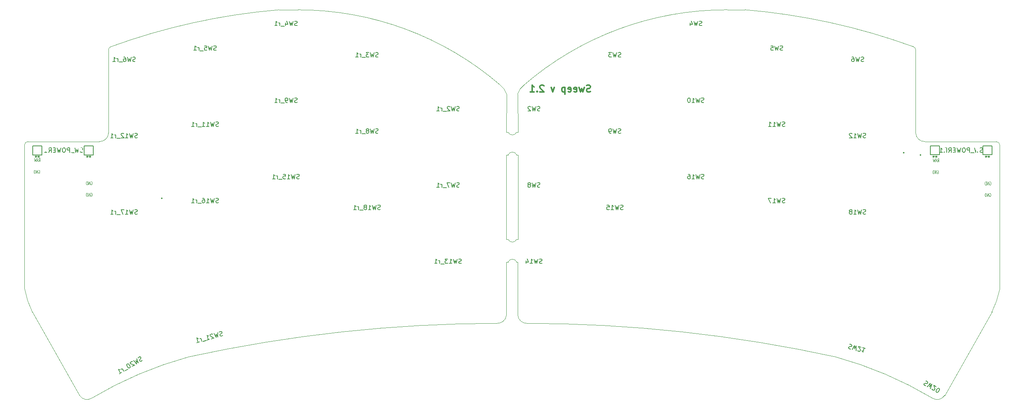
<source format=gbo>
%TF.GenerationSoftware,KiCad,Pcbnew,(6.0.4-0)*%
%TF.CreationDate,2022-04-01T22:46:24+02:00*%
%TF.ProjectId,sweepv2.1,73776565-7076-4322-9e31-2e6b69636164,rev?*%
%TF.SameCoordinates,Original*%
%TF.FileFunction,Legend,Bot*%
%TF.FilePolarity,Positive*%
%FSLAX46Y46*%
G04 Gerber Fmt 4.6, Leading zero omitted, Abs format (unit mm)*
G04 Created by KiCad (PCBNEW (6.0.4-0)) date 2022-04-01 22:46:24*
%MOMM*%
%LPD*%
G01*
G04 APERTURE LIST*
%TA.AperFunction,Profile*%
%ADD10C,0.050000*%
%TD*%
%ADD11C,0.300000*%
%ADD12C,0.125000*%
%ADD13C,0.150000*%
%ADD14C,0.350000*%
%ADD15C,1.524000*%
%ADD16C,0.990600*%
%ADD17C,1.701800*%
%ADD18C,3.429000*%
%ADD19C,2.032000*%
%ADD20C,0.500000*%
%ADD21C,1.397000*%
%ADD22C,1.000000*%
%ADD23R,0.900000X0.900000*%
%ADD24R,0.900000X1.250000*%
G04 APERTURE END LIST*
D10*
X131508500Y-77724000D02*
X131506254Y-89547024D01*
X220004999Y-48946165D02*
X219998045Y-30439419D01*
X223714000Y-108050000D02*
G75*
G03*
X226446000Y-107451265I1070000J1650000D01*
G01*
X220005034Y-48946164D02*
G75*
G03*
X222040000Y-50877083I1999966J69964D01*
G01*
X219563295Y-29758875D02*
G75*
G03*
X182067777Y-21502679I-49442795J-135273425D01*
G01*
X178120389Y-21508128D02*
G75*
G03*
X132893000Y-38265000I-253989J-68728072D01*
G01*
X238688017Y-51627083D02*
G75*
G03*
X237938000Y-50877083I-750017J-17D01*
G01*
X132893000Y-38265000D02*
G75*
G03*
X131466055Y-40278702I2445000J-3245000D01*
G01*
X131506294Y-89547021D02*
G75*
G03*
X133544000Y-91383119I1978006J146421D01*
G01*
X219998002Y-30439419D02*
G75*
G03*
X219563290Y-29758889I-750002J19D01*
G01*
X223714000Y-108050000D02*
G75*
G03*
X202185134Y-98863946I-44316000J-74040000D01*
G01*
X222040000Y-50877083D02*
X237938000Y-50877083D01*
X202185136Y-98863939D02*
G75*
G03*
X133544000Y-91383119I-69219136J-316475461D01*
G01*
X238688000Y-58420000D02*
X238688000Y-66548000D01*
X236953304Y-88858150D02*
X226446000Y-107451265D01*
X236953312Y-88858154D02*
G75*
G03*
X238690000Y-83850000I-18792912J9322054D01*
G01*
X182067777Y-21502679D02*
X178120389Y-21508139D01*
X238688000Y-51627083D02*
X238688000Y-58420000D01*
X131466055Y-40278702D02*
X131572000Y-48768000D01*
X129349500Y-48768000D02*
X128960000Y-48768000D01*
X238688000Y-66548000D02*
X238688000Y-75438000D01*
X238688000Y-75438000D02*
X238690000Y-83850000D01*
X129349500Y-72644000D02*
X128960000Y-72644000D01*
X129349500Y-53848000D02*
X128960000Y-53848000D01*
X129349500Y-77724000D02*
X128960000Y-77724000D01*
X131572000Y-53848000D02*
X131572000Y-72644000D01*
X78412223Y-21502679D02*
X82613611Y-21508139D01*
X21792000Y-51627083D02*
X21792000Y-58420000D01*
X128960000Y-77724000D02*
X128975507Y-89545022D01*
X129013945Y-40278702D02*
G75*
G03*
X127587000Y-38265000I-3871945J-1231298D01*
G01*
X126936000Y-91383122D02*
G75*
G03*
X128975507Y-89545022I59500J1984522D01*
G01*
X40481999Y-48949082D02*
X40481955Y-30439419D01*
X21792000Y-66548000D02*
X21792000Y-73914000D01*
X23526696Y-88858150D02*
X34034000Y-107451265D01*
X38446998Y-50880017D02*
G75*
G03*
X40481999Y-48949082I35002J2000917D01*
G01*
X78412223Y-21502678D02*
G75*
G03*
X40916710Y-29758889I11947327J-143529582D01*
G01*
X126936000Y-91383119D02*
G75*
G03*
X58294866Y-98863946I578050J-323956411D01*
G01*
X21789999Y-83530000D02*
G75*
G03*
X23526696Y-88858150I19062771J3266350D01*
G01*
X22542000Y-50877100D02*
G75*
G03*
X21792000Y-51627083I0J-750000D01*
G01*
X21792000Y-58420000D02*
X21792000Y-66548000D01*
X40916692Y-29758850D02*
G75*
G03*
X40481955Y-30439419I315308J-680550D01*
G01*
X34034000Y-107451265D02*
G75*
G03*
X36766000Y-108050000I1662000J1051265D01*
G01*
X127586989Y-38265013D02*
G75*
G03*
X82613611Y-21508139I-44973389J-51973087D01*
G01*
X58294866Y-98863946D02*
G75*
G03*
X36766000Y-108050000I22787134J-83226054D01*
G01*
X21792000Y-73914000D02*
X21790000Y-83530000D01*
X128960000Y-53848000D02*
X128960000Y-72644000D01*
X129013945Y-40278702D02*
X128960000Y-48768000D01*
X131508500Y-77724000D02*
X131254500Y-77724000D01*
X131572000Y-48768000D02*
X131254500Y-48768000D01*
X131254499Y-77724001D02*
G75*
G03*
X129349501Y-77724000I-952499J-380999D01*
G01*
X131254499Y-53848001D02*
G75*
G03*
X129349501Y-53848000I-952499J-380999D01*
G01*
X131572000Y-53848000D02*
X131254500Y-53848000D01*
X131572000Y-72644000D02*
X131254500Y-72644000D01*
X129349501Y-72643999D02*
G75*
G03*
X131254499Y-72644000I952499J380999D01*
G01*
X22542000Y-50877083D02*
X38446998Y-50880000D01*
X129349501Y-48767999D02*
G75*
G03*
X131254499Y-48768000I952499J380999D01*
G01*
D11*
X147648571Y-39723142D02*
X147434285Y-39794571D01*
X147077142Y-39794571D01*
X146934285Y-39723142D01*
X146862857Y-39651714D01*
X146791428Y-39508857D01*
X146791428Y-39366000D01*
X146862857Y-39223142D01*
X146934285Y-39151714D01*
X147077142Y-39080285D01*
X147362857Y-39008857D01*
X147505714Y-38937428D01*
X147577142Y-38866000D01*
X147648571Y-38723142D01*
X147648571Y-38580285D01*
X147577142Y-38437428D01*
X147505714Y-38366000D01*
X147362857Y-38294571D01*
X147005714Y-38294571D01*
X146791428Y-38366000D01*
X146291428Y-38794571D02*
X146005714Y-39794571D01*
X145720000Y-39080285D01*
X145434285Y-39794571D01*
X145148571Y-38794571D01*
X144005714Y-39723142D02*
X144148571Y-39794571D01*
X144434285Y-39794571D01*
X144577142Y-39723142D01*
X144648571Y-39580285D01*
X144648571Y-39008857D01*
X144577142Y-38866000D01*
X144434285Y-38794571D01*
X144148571Y-38794571D01*
X144005714Y-38866000D01*
X143934285Y-39008857D01*
X143934285Y-39151714D01*
X144648571Y-39294571D01*
X142720000Y-39723142D02*
X142862857Y-39794571D01*
X143148571Y-39794571D01*
X143291428Y-39723142D01*
X143362857Y-39580285D01*
X143362857Y-39008857D01*
X143291428Y-38866000D01*
X143148571Y-38794571D01*
X142862857Y-38794571D01*
X142720000Y-38866000D01*
X142648571Y-39008857D01*
X142648571Y-39151714D01*
X143362857Y-39294571D01*
X142005714Y-38794571D02*
X142005714Y-40294571D01*
X142005714Y-38866000D02*
X141862857Y-38794571D01*
X141577142Y-38794571D01*
X141434285Y-38866000D01*
X141362857Y-38937428D01*
X141291428Y-39080285D01*
X141291428Y-39508857D01*
X141362857Y-39651714D01*
X141434285Y-39723142D01*
X141577142Y-39794571D01*
X141862857Y-39794571D01*
X142005714Y-39723142D01*
X139648571Y-38794571D02*
X139291428Y-39794571D01*
X138934285Y-38794571D01*
X137291428Y-38437428D02*
X137220000Y-38366000D01*
X137077142Y-38294571D01*
X136720000Y-38294571D01*
X136577142Y-38366000D01*
X136505714Y-38437428D01*
X136434285Y-38580285D01*
X136434285Y-38723142D01*
X136505714Y-38937428D01*
X137362857Y-39794571D01*
X136434285Y-39794571D01*
X135791428Y-39651714D02*
X135720000Y-39723142D01*
X135791428Y-39794571D01*
X135862857Y-39723142D01*
X135791428Y-39651714D01*
X135791428Y-39794571D01*
X134291428Y-39794571D02*
X135148571Y-39794571D01*
X134720000Y-39794571D02*
X134720000Y-38294571D01*
X134862857Y-38508857D01*
X135005714Y-38651714D01*
X135148571Y-38723142D01*
D12*
X24983238Y-55330285D02*
X25149904Y-54973142D01*
X25268952Y-55330285D02*
X25268952Y-54580285D01*
X25078476Y-54580285D01*
X25030857Y-54616000D01*
X25007047Y-54651714D01*
X24983238Y-54723142D01*
X24983238Y-54830285D01*
X25007047Y-54901714D01*
X25030857Y-54937428D01*
X25078476Y-54973142D01*
X25268952Y-54973142D01*
X24792761Y-55116000D02*
X24554666Y-55116000D01*
X24840380Y-55330285D02*
X24673714Y-54580285D01*
X24507047Y-55330285D01*
X24388000Y-54580285D02*
X24268952Y-55330285D01*
X24173714Y-54794571D01*
X24078476Y-55330285D01*
X23959428Y-54580285D01*
X36518952Y-62366000D02*
X36566571Y-62330285D01*
X36638000Y-62330285D01*
X36709428Y-62366000D01*
X36757047Y-62437428D01*
X36780857Y-62508857D01*
X36804666Y-62651714D01*
X36804666Y-62758857D01*
X36780857Y-62901714D01*
X36757047Y-62973142D01*
X36709428Y-63044571D01*
X36638000Y-63080285D01*
X36590380Y-63080285D01*
X36518952Y-63044571D01*
X36495142Y-63008857D01*
X36495142Y-62758857D01*
X36590380Y-62758857D01*
X36280857Y-63080285D02*
X36280857Y-62330285D01*
X35995142Y-63080285D01*
X35995142Y-62330285D01*
X35757047Y-63080285D02*
X35757047Y-62330285D01*
X35638000Y-62330285D01*
X35566571Y-62366000D01*
X35518952Y-62437428D01*
X35495142Y-62508857D01*
X35471333Y-62651714D01*
X35471333Y-62758857D01*
X35495142Y-62901714D01*
X35518952Y-62973142D01*
X35566571Y-63044571D01*
X35638000Y-63080285D01*
X35757047Y-63080285D01*
X36538952Y-59786000D02*
X36586571Y-59750285D01*
X36658000Y-59750285D01*
X36729428Y-59786000D01*
X36777047Y-59857428D01*
X36800857Y-59928857D01*
X36824666Y-60071714D01*
X36824666Y-60178857D01*
X36800857Y-60321714D01*
X36777047Y-60393142D01*
X36729428Y-60464571D01*
X36658000Y-60500285D01*
X36610380Y-60500285D01*
X36538952Y-60464571D01*
X36515142Y-60428857D01*
X36515142Y-60178857D01*
X36610380Y-60178857D01*
X36300857Y-60500285D02*
X36300857Y-59750285D01*
X36015142Y-60500285D01*
X36015142Y-59750285D01*
X35777047Y-60500285D02*
X35777047Y-59750285D01*
X35658000Y-59750285D01*
X35586571Y-59786000D01*
X35538952Y-59857428D01*
X35515142Y-59928857D01*
X35491333Y-60071714D01*
X35491333Y-60178857D01*
X35515142Y-60321714D01*
X35538952Y-60393142D01*
X35586571Y-60464571D01*
X35658000Y-60500285D01*
X35777047Y-60500285D01*
X24888952Y-57256000D02*
X24936571Y-57220285D01*
X25008000Y-57220285D01*
X25079428Y-57256000D01*
X25127047Y-57327428D01*
X25150857Y-57398857D01*
X25174666Y-57541714D01*
X25174666Y-57648857D01*
X25150857Y-57791714D01*
X25127047Y-57863142D01*
X25079428Y-57934571D01*
X25008000Y-57970285D01*
X24960380Y-57970285D01*
X24888952Y-57934571D01*
X24865142Y-57898857D01*
X24865142Y-57648857D01*
X24960380Y-57648857D01*
X24650857Y-57970285D02*
X24650857Y-57220285D01*
X24365142Y-57970285D01*
X24365142Y-57220285D01*
X24127047Y-57970285D02*
X24127047Y-57220285D01*
X24008000Y-57220285D01*
X23936571Y-57256000D01*
X23888952Y-57327428D01*
X23865142Y-57398857D01*
X23841333Y-57541714D01*
X23841333Y-57648857D01*
X23865142Y-57791714D01*
X23888952Y-57863142D01*
X23936571Y-57934571D01*
X24008000Y-57970285D01*
X24127047Y-57970285D01*
%TO.C,U1*%
X236418952Y-62419000D02*
X236466571Y-62383285D01*
X236538000Y-62383285D01*
X236609428Y-62419000D01*
X236657047Y-62490428D01*
X236680857Y-62561857D01*
X236704666Y-62704714D01*
X236704666Y-62811857D01*
X236680857Y-62954714D01*
X236657047Y-63026142D01*
X236609428Y-63097571D01*
X236538000Y-63133285D01*
X236490380Y-63133285D01*
X236418952Y-63097571D01*
X236395142Y-63061857D01*
X236395142Y-62811857D01*
X236490380Y-62811857D01*
X236180857Y-63133285D02*
X236180857Y-62383285D01*
X235895142Y-63133285D01*
X235895142Y-62383285D01*
X235657047Y-63133285D02*
X235657047Y-62383285D01*
X235538000Y-62383285D01*
X235466571Y-62419000D01*
X235418952Y-62490428D01*
X235395142Y-62561857D01*
X235371333Y-62704714D01*
X235371333Y-62811857D01*
X235395142Y-62954714D01*
X235418952Y-63026142D01*
X235466571Y-63097571D01*
X235538000Y-63133285D01*
X235657047Y-63133285D01*
X236438952Y-59839000D02*
X236486571Y-59803285D01*
X236558000Y-59803285D01*
X236629428Y-59839000D01*
X236677047Y-59910428D01*
X236700857Y-59981857D01*
X236724666Y-60124714D01*
X236724666Y-60231857D01*
X236700857Y-60374714D01*
X236677047Y-60446142D01*
X236629428Y-60517571D01*
X236558000Y-60553285D01*
X236510380Y-60553285D01*
X236438952Y-60517571D01*
X236415142Y-60481857D01*
X236415142Y-60231857D01*
X236510380Y-60231857D01*
X236200857Y-60553285D02*
X236200857Y-59803285D01*
X235915142Y-60553285D01*
X235915142Y-59803285D01*
X235677047Y-60553285D02*
X235677047Y-59803285D01*
X235558000Y-59803285D01*
X235486571Y-59839000D01*
X235438952Y-59910428D01*
X235415142Y-59981857D01*
X235391333Y-60124714D01*
X235391333Y-60231857D01*
X235415142Y-60374714D01*
X235438952Y-60446142D01*
X235486571Y-60517571D01*
X235558000Y-60553285D01*
X235677047Y-60553285D01*
X224788952Y-57309000D02*
X224836571Y-57273285D01*
X224908000Y-57273285D01*
X224979428Y-57309000D01*
X225027047Y-57380428D01*
X225050857Y-57451857D01*
X225074666Y-57594714D01*
X225074666Y-57701857D01*
X225050857Y-57844714D01*
X225027047Y-57916142D01*
X224979428Y-57987571D01*
X224908000Y-58023285D01*
X224860380Y-58023285D01*
X224788952Y-57987571D01*
X224765142Y-57951857D01*
X224765142Y-57701857D01*
X224860380Y-57701857D01*
X224550857Y-58023285D02*
X224550857Y-57273285D01*
X224265142Y-58023285D01*
X224265142Y-57273285D01*
X224027047Y-58023285D02*
X224027047Y-57273285D01*
X223908000Y-57273285D01*
X223836571Y-57309000D01*
X223788952Y-57380428D01*
X223765142Y-57451857D01*
X223741333Y-57594714D01*
X223741333Y-57701857D01*
X223765142Y-57844714D01*
X223788952Y-57916142D01*
X223836571Y-57987571D01*
X223908000Y-58023285D01*
X224027047Y-58023285D01*
D13*
D12*
X224883238Y-55383285D02*
X225049904Y-55026142D01*
X225168952Y-55383285D02*
X225168952Y-54633285D01*
X224978476Y-54633285D01*
X224930857Y-54669000D01*
X224907047Y-54704714D01*
X224883238Y-54776142D01*
X224883238Y-54883285D01*
X224907047Y-54954714D01*
X224930857Y-54990428D01*
X224978476Y-55026142D01*
X225168952Y-55026142D01*
X224692761Y-55169000D02*
X224454666Y-55169000D01*
X224740380Y-55383285D02*
X224573714Y-54633285D01*
X224407047Y-55383285D01*
X224288000Y-54633285D02*
X224168952Y-55383285D01*
X224073714Y-54847571D01*
X223978476Y-55383285D01*
X223859428Y-54633285D01*
D13*
%TO.C,SW16*%
X172905523Y-59120761D02*
X172762666Y-59168380D01*
X172524571Y-59168380D01*
X172429333Y-59120761D01*
X172381714Y-59073142D01*
X172334095Y-58977904D01*
X172334095Y-58882666D01*
X172381714Y-58787428D01*
X172429333Y-58739809D01*
X172524571Y-58692190D01*
X172715047Y-58644571D01*
X172810285Y-58596952D01*
X172857904Y-58549333D01*
X172905523Y-58454095D01*
X172905523Y-58358857D01*
X172857904Y-58263619D01*
X172810285Y-58216000D01*
X172715047Y-58168380D01*
X172476952Y-58168380D01*
X172334095Y-58216000D01*
X172000761Y-58168380D02*
X171762666Y-59168380D01*
X171572190Y-58454095D01*
X171381714Y-59168380D01*
X171143619Y-58168380D01*
X170238857Y-59168380D02*
X170810285Y-59168380D01*
X170524571Y-59168380D02*
X170524571Y-58168380D01*
X170619809Y-58311238D01*
X170715047Y-58406476D01*
X170810285Y-58454095D01*
X169381714Y-58168380D02*
X169572190Y-58168380D01*
X169667428Y-58216000D01*
X169715047Y-58263619D01*
X169810285Y-58406476D01*
X169857904Y-58596952D01*
X169857904Y-58977904D01*
X169810285Y-59073142D01*
X169762666Y-59120761D01*
X169667428Y-59168380D01*
X169476952Y-59168380D01*
X169381714Y-59120761D01*
X169334095Y-59073142D01*
X169286476Y-58977904D01*
X169286476Y-58739809D01*
X169334095Y-58644571D01*
X169381714Y-58596952D01*
X169476952Y-58549333D01*
X169667428Y-58549333D01*
X169762666Y-58596952D01*
X169810285Y-58644571D01*
X169857904Y-58739809D01*
%TO.C,SW20*%
X222243568Y-104229651D02*
X222391095Y-104259840D01*
X222597292Y-104378887D01*
X222655961Y-104467746D01*
X222673391Y-104532795D01*
X222667011Y-104639083D01*
X222619392Y-104721561D01*
X222530534Y-104780230D01*
X222465485Y-104797660D01*
X222359197Y-104791280D01*
X222170430Y-104737282D01*
X222064142Y-104730902D01*
X221999093Y-104748332D01*
X221910235Y-104807001D01*
X221862615Y-104889479D01*
X221856236Y-104995768D01*
X221873666Y-105060816D01*
X221932335Y-105149675D01*
X222138531Y-105268722D01*
X222286059Y-105298912D01*
X222550924Y-105506818D02*
X223257121Y-104759840D01*
X223064935Y-105473667D01*
X223587035Y-104950316D01*
X223293232Y-105935389D01*
X223629526Y-106019577D02*
X223646956Y-106084626D01*
X223705625Y-106173484D01*
X223911821Y-106292532D01*
X224018109Y-106298912D01*
X224083158Y-106281482D01*
X224172017Y-106222813D01*
X224219636Y-106140334D01*
X224249825Y-105992807D01*
X224040668Y-105212221D01*
X224576778Y-105521745D01*
X224612889Y-106697294D02*
X224695368Y-106744913D01*
X224801656Y-106751293D01*
X224866705Y-106733863D01*
X224955563Y-106675194D01*
X225092041Y-106534046D01*
X225211088Y-106327849D01*
X225265087Y-106139083D01*
X225271467Y-106032795D01*
X225254037Y-105967746D01*
X225195368Y-105878887D01*
X225112889Y-105831268D01*
X225006601Y-105824889D01*
X224941552Y-105842318D01*
X224852694Y-105900987D01*
X224716217Y-106042135D01*
X224597169Y-106248332D01*
X224543170Y-106437098D01*
X224536791Y-106543387D01*
X224554220Y-106608435D01*
X224612889Y-106697294D01*
%TO.C,SW15*%
X154905523Y-65978761D02*
X154762666Y-66026380D01*
X154524571Y-66026380D01*
X154429333Y-65978761D01*
X154381714Y-65931142D01*
X154334095Y-65835904D01*
X154334095Y-65740666D01*
X154381714Y-65645428D01*
X154429333Y-65597809D01*
X154524571Y-65550190D01*
X154715047Y-65502571D01*
X154810285Y-65454952D01*
X154857904Y-65407333D01*
X154905523Y-65312095D01*
X154905523Y-65216857D01*
X154857904Y-65121619D01*
X154810285Y-65074000D01*
X154715047Y-65026380D01*
X154476952Y-65026380D01*
X154334095Y-65074000D01*
X154000761Y-65026380D02*
X153762666Y-66026380D01*
X153572190Y-65312095D01*
X153381714Y-66026380D01*
X153143619Y-65026380D01*
X152238857Y-66026380D02*
X152810285Y-66026380D01*
X152524571Y-66026380D02*
X152524571Y-65026380D01*
X152619809Y-65169238D01*
X152715047Y-65264476D01*
X152810285Y-65312095D01*
X151334095Y-65026380D02*
X151810285Y-65026380D01*
X151857904Y-65502571D01*
X151810285Y-65454952D01*
X151715047Y-65407333D01*
X151476952Y-65407333D01*
X151381714Y-65454952D01*
X151334095Y-65502571D01*
X151286476Y-65597809D01*
X151286476Y-65835904D01*
X151334095Y-65931142D01*
X151381714Y-65978761D01*
X151476952Y-66026380D01*
X151715047Y-66026380D01*
X151810285Y-65978761D01*
X151857904Y-65931142D01*
%TO.C,SW21*%
X205279550Y-96057038D02*
X205429864Y-96048016D01*
X205659846Y-96109640D01*
X205739514Y-96180285D01*
X205773186Y-96238607D01*
X205794533Y-96342924D01*
X205769884Y-96434917D01*
X205699238Y-96514585D01*
X205640917Y-96548257D01*
X205536599Y-96569604D01*
X205340289Y-96566302D01*
X205235971Y-96587649D01*
X205177650Y-96621321D01*
X205107004Y-96700989D01*
X205082354Y-96792982D01*
X205103701Y-96897299D01*
X205137373Y-96955621D01*
X205217041Y-97026267D01*
X205447024Y-97087890D01*
X205597338Y-97078868D01*
X205906988Y-97211137D02*
X206395790Y-96306835D01*
X206394905Y-97046081D01*
X206763761Y-96405433D01*
X206734925Y-97432982D01*
X207081550Y-97427262D02*
X207115221Y-97485583D01*
X207194889Y-97556229D01*
X207424872Y-97617853D01*
X207529189Y-97596506D01*
X207587511Y-97562834D01*
X207658157Y-97483166D01*
X207682806Y-97391173D01*
X207673784Y-97240859D01*
X207269723Y-96541005D01*
X207867677Y-96701226D01*
X208787606Y-96947720D02*
X208235648Y-96799824D01*
X208511627Y-96873772D02*
X208252808Y-97839698D01*
X208197789Y-97677059D01*
X208130446Y-97560417D01*
X208050778Y-97489771D01*
%TO.C,SW17*%
X190905523Y-64454761D02*
X190762666Y-64502380D01*
X190524571Y-64502380D01*
X190429333Y-64454761D01*
X190381714Y-64407142D01*
X190334095Y-64311904D01*
X190334095Y-64216666D01*
X190381714Y-64121428D01*
X190429333Y-64073809D01*
X190524571Y-64026190D01*
X190715047Y-63978571D01*
X190810285Y-63930952D01*
X190857904Y-63883333D01*
X190905523Y-63788095D01*
X190905523Y-63692857D01*
X190857904Y-63597619D01*
X190810285Y-63550000D01*
X190715047Y-63502380D01*
X190476952Y-63502380D01*
X190334095Y-63550000D01*
X190000761Y-63502380D02*
X189762666Y-64502380D01*
X189572190Y-63788095D01*
X189381714Y-64502380D01*
X189143619Y-63502380D01*
X188238857Y-64502380D02*
X188810285Y-64502380D01*
X188524571Y-64502380D02*
X188524571Y-63502380D01*
X188619809Y-63645238D01*
X188715047Y-63740476D01*
X188810285Y-63788095D01*
X187905523Y-63502380D02*
X187238857Y-63502380D01*
X187667428Y-64502380D01*
%TO.C,SW18*%
X208885523Y-66994761D02*
X208742666Y-67042380D01*
X208504571Y-67042380D01*
X208409333Y-66994761D01*
X208361714Y-66947142D01*
X208314095Y-66851904D01*
X208314095Y-66756666D01*
X208361714Y-66661428D01*
X208409333Y-66613809D01*
X208504571Y-66566190D01*
X208695047Y-66518571D01*
X208790285Y-66470952D01*
X208837904Y-66423333D01*
X208885523Y-66328095D01*
X208885523Y-66232857D01*
X208837904Y-66137619D01*
X208790285Y-66090000D01*
X208695047Y-66042380D01*
X208456952Y-66042380D01*
X208314095Y-66090000D01*
X207980761Y-66042380D02*
X207742666Y-67042380D01*
X207552190Y-66328095D01*
X207361714Y-67042380D01*
X207123619Y-66042380D01*
X206218857Y-67042380D02*
X206790285Y-67042380D01*
X206504571Y-67042380D02*
X206504571Y-66042380D01*
X206599809Y-66185238D01*
X206695047Y-66280476D01*
X206790285Y-66328095D01*
X205647428Y-66470952D02*
X205742666Y-66423333D01*
X205790285Y-66375714D01*
X205837904Y-66280476D01*
X205837904Y-66232857D01*
X205790285Y-66137619D01*
X205742666Y-66090000D01*
X205647428Y-66042380D01*
X205456952Y-66042380D01*
X205361714Y-66090000D01*
X205314095Y-66137619D01*
X205266476Y-66232857D01*
X205266476Y-66280476D01*
X205314095Y-66375714D01*
X205361714Y-66423333D01*
X205456952Y-66470952D01*
X205647428Y-66470952D01*
X205742666Y-66518571D01*
X205790285Y-66566190D01*
X205837904Y-66661428D01*
X205837904Y-66851904D01*
X205790285Y-66947142D01*
X205742666Y-66994761D01*
X205647428Y-67042380D01*
X205456952Y-67042380D01*
X205361714Y-66994761D01*
X205314095Y-66947142D01*
X205266476Y-66851904D01*
X205266476Y-66661428D01*
X205314095Y-66566190D01*
X205361714Y-66518571D01*
X205456952Y-66470952D01*
%TO.C,SW4*%
X172429333Y-24986761D02*
X172286476Y-25034380D01*
X172048380Y-25034380D01*
X171953142Y-24986761D01*
X171905523Y-24939142D01*
X171857904Y-24843904D01*
X171857904Y-24748666D01*
X171905523Y-24653428D01*
X171953142Y-24605809D01*
X172048380Y-24558190D01*
X172238857Y-24510571D01*
X172334095Y-24462952D01*
X172381714Y-24415333D01*
X172429333Y-24320095D01*
X172429333Y-24224857D01*
X172381714Y-24129619D01*
X172334095Y-24082000D01*
X172238857Y-24034380D01*
X172000761Y-24034380D01*
X171857904Y-24082000D01*
X171524571Y-24034380D02*
X171286476Y-25034380D01*
X171096000Y-24320095D01*
X170905523Y-25034380D01*
X170667428Y-24034380D01*
X169857904Y-24367714D02*
X169857904Y-25034380D01*
X170096000Y-23986761D02*
X170334095Y-24701047D01*
X169715047Y-24701047D01*
%TO.C,SW3*%
X154429333Y-31986761D02*
X154286476Y-32034380D01*
X154048380Y-32034380D01*
X153953142Y-31986761D01*
X153905523Y-31939142D01*
X153857904Y-31843904D01*
X153857904Y-31748666D01*
X153905523Y-31653428D01*
X153953142Y-31605809D01*
X154048380Y-31558190D01*
X154238857Y-31510571D01*
X154334095Y-31462952D01*
X154381714Y-31415333D01*
X154429333Y-31320095D01*
X154429333Y-31224857D01*
X154381714Y-31129619D01*
X154334095Y-31082000D01*
X154238857Y-31034380D01*
X154000761Y-31034380D01*
X153857904Y-31082000D01*
X153524571Y-31034380D02*
X153286476Y-32034380D01*
X153096000Y-31320095D01*
X152905523Y-32034380D01*
X152667428Y-31034380D01*
X152381714Y-31034380D02*
X151762666Y-31034380D01*
X152096000Y-31415333D01*
X151953142Y-31415333D01*
X151857904Y-31462952D01*
X151810285Y-31510571D01*
X151762666Y-31605809D01*
X151762666Y-31843904D01*
X151810285Y-31939142D01*
X151857904Y-31986761D01*
X151953142Y-32034380D01*
X152238857Y-32034380D01*
X152334095Y-31986761D01*
X152381714Y-31939142D01*
%TO.C,SW9*%
X154429333Y-48960761D02*
X154286476Y-49008380D01*
X154048380Y-49008380D01*
X153953142Y-48960761D01*
X153905523Y-48913142D01*
X153857904Y-48817904D01*
X153857904Y-48722666D01*
X153905523Y-48627428D01*
X153953142Y-48579809D01*
X154048380Y-48532190D01*
X154238857Y-48484571D01*
X154334095Y-48436952D01*
X154381714Y-48389333D01*
X154429333Y-48294095D01*
X154429333Y-48198857D01*
X154381714Y-48103619D01*
X154334095Y-48056000D01*
X154238857Y-48008380D01*
X154000761Y-48008380D01*
X153857904Y-48056000D01*
X153524571Y-48008380D02*
X153286476Y-49008380D01*
X153096000Y-48294095D01*
X152905523Y-49008380D01*
X152667428Y-48008380D01*
X152238857Y-49008380D02*
X152048380Y-49008380D01*
X151953142Y-48960761D01*
X151905523Y-48913142D01*
X151810285Y-48770285D01*
X151762666Y-48579809D01*
X151762666Y-48198857D01*
X151810285Y-48103619D01*
X151857904Y-48056000D01*
X151953142Y-48008380D01*
X152143619Y-48008380D01*
X152238857Y-48056000D01*
X152286476Y-48103619D01*
X152334095Y-48198857D01*
X152334095Y-48436952D01*
X152286476Y-48532190D01*
X152238857Y-48579809D01*
X152143619Y-48627428D01*
X151953142Y-48627428D01*
X151857904Y-48579809D01*
X151810285Y-48532190D01*
X151762666Y-48436952D01*
%TO.C,SW14*%
X136905523Y-77986761D02*
X136762666Y-78034380D01*
X136524571Y-78034380D01*
X136429333Y-77986761D01*
X136381714Y-77939142D01*
X136334095Y-77843904D01*
X136334095Y-77748666D01*
X136381714Y-77653428D01*
X136429333Y-77605809D01*
X136524571Y-77558190D01*
X136715047Y-77510571D01*
X136810285Y-77462952D01*
X136857904Y-77415333D01*
X136905523Y-77320095D01*
X136905523Y-77224857D01*
X136857904Y-77129619D01*
X136810285Y-77082000D01*
X136715047Y-77034380D01*
X136476952Y-77034380D01*
X136334095Y-77082000D01*
X136000761Y-77034380D02*
X135762666Y-78034380D01*
X135572190Y-77320095D01*
X135381714Y-78034380D01*
X135143619Y-77034380D01*
X134238857Y-78034380D02*
X134810285Y-78034380D01*
X134524571Y-78034380D02*
X134524571Y-77034380D01*
X134619809Y-77177238D01*
X134715047Y-77272476D01*
X134810285Y-77320095D01*
X133381714Y-77367714D02*
X133381714Y-78034380D01*
X133619809Y-76986761D02*
X133857904Y-77701047D01*
X133238857Y-77701047D01*
%TO.C,SW12*%
X208885523Y-49976761D02*
X208742666Y-50024380D01*
X208504571Y-50024380D01*
X208409333Y-49976761D01*
X208361714Y-49929142D01*
X208314095Y-49833904D01*
X208314095Y-49738666D01*
X208361714Y-49643428D01*
X208409333Y-49595809D01*
X208504571Y-49548190D01*
X208695047Y-49500571D01*
X208790285Y-49452952D01*
X208837904Y-49405333D01*
X208885523Y-49310095D01*
X208885523Y-49214857D01*
X208837904Y-49119619D01*
X208790285Y-49072000D01*
X208695047Y-49024380D01*
X208456952Y-49024380D01*
X208314095Y-49072000D01*
X207980761Y-49024380D02*
X207742666Y-50024380D01*
X207552190Y-49310095D01*
X207361714Y-50024380D01*
X207123619Y-49024380D01*
X206218857Y-50024380D02*
X206790285Y-50024380D01*
X206504571Y-50024380D02*
X206504571Y-49024380D01*
X206599809Y-49167238D01*
X206695047Y-49262476D01*
X206790285Y-49310095D01*
X205837904Y-49119619D02*
X205790285Y-49072000D01*
X205695047Y-49024380D01*
X205456952Y-49024380D01*
X205361714Y-49072000D01*
X205314095Y-49119619D01*
X205266476Y-49214857D01*
X205266476Y-49310095D01*
X205314095Y-49452952D01*
X205885523Y-50024380D01*
X205266476Y-50024380D01*
%TO.C,SW11*%
X190905523Y-47436761D02*
X190762666Y-47484380D01*
X190524571Y-47484380D01*
X190429333Y-47436761D01*
X190381714Y-47389142D01*
X190334095Y-47293904D01*
X190334095Y-47198666D01*
X190381714Y-47103428D01*
X190429333Y-47055809D01*
X190524571Y-47008190D01*
X190715047Y-46960571D01*
X190810285Y-46912952D01*
X190857904Y-46865333D01*
X190905523Y-46770095D01*
X190905523Y-46674857D01*
X190857904Y-46579619D01*
X190810285Y-46532000D01*
X190715047Y-46484380D01*
X190476952Y-46484380D01*
X190334095Y-46532000D01*
X190000761Y-46484380D02*
X189762666Y-47484380D01*
X189572190Y-46770095D01*
X189381714Y-47484380D01*
X189143619Y-46484380D01*
X188238857Y-47484380D02*
X188810285Y-47484380D01*
X188524571Y-47484380D02*
X188524571Y-46484380D01*
X188619809Y-46627238D01*
X188715047Y-46722476D01*
X188810285Y-46770095D01*
X187286476Y-47484380D02*
X187857904Y-47484380D01*
X187572190Y-47484380D02*
X187572190Y-46484380D01*
X187667428Y-46627238D01*
X187762666Y-46722476D01*
X187857904Y-46770095D01*
%TO.C,SW8*%
X136429333Y-60986761D02*
X136286476Y-61034380D01*
X136048380Y-61034380D01*
X135953142Y-60986761D01*
X135905523Y-60939142D01*
X135857904Y-60843904D01*
X135857904Y-60748666D01*
X135905523Y-60653428D01*
X135953142Y-60605809D01*
X136048380Y-60558190D01*
X136238857Y-60510571D01*
X136334095Y-60462952D01*
X136381714Y-60415333D01*
X136429333Y-60320095D01*
X136429333Y-60224857D01*
X136381714Y-60129619D01*
X136334095Y-60082000D01*
X136238857Y-60034380D01*
X136000761Y-60034380D01*
X135857904Y-60082000D01*
X135524571Y-60034380D02*
X135286476Y-61034380D01*
X135096000Y-60320095D01*
X134905523Y-61034380D01*
X134667428Y-60034380D01*
X134143619Y-60462952D02*
X134238857Y-60415333D01*
X134286476Y-60367714D01*
X134334095Y-60272476D01*
X134334095Y-60224857D01*
X134286476Y-60129619D01*
X134238857Y-60082000D01*
X134143619Y-60034380D01*
X133953142Y-60034380D01*
X133857904Y-60082000D01*
X133810285Y-60129619D01*
X133762666Y-60224857D01*
X133762666Y-60272476D01*
X133810285Y-60367714D01*
X133857904Y-60415333D01*
X133953142Y-60462952D01*
X134143619Y-60462952D01*
X134238857Y-60510571D01*
X134286476Y-60558190D01*
X134334095Y-60653428D01*
X134334095Y-60843904D01*
X134286476Y-60939142D01*
X134238857Y-60986761D01*
X134143619Y-61034380D01*
X133953142Y-61034380D01*
X133857904Y-60986761D01*
X133810285Y-60939142D01*
X133762666Y-60843904D01*
X133762666Y-60653428D01*
X133810285Y-60558190D01*
X133857904Y-60510571D01*
X133953142Y-60462952D01*
%TO.C,SW6*%
X208429333Y-32986761D02*
X208286476Y-33034380D01*
X208048380Y-33034380D01*
X207953142Y-32986761D01*
X207905523Y-32939142D01*
X207857904Y-32843904D01*
X207857904Y-32748666D01*
X207905523Y-32653428D01*
X207953142Y-32605809D01*
X208048380Y-32558190D01*
X208238857Y-32510571D01*
X208334095Y-32462952D01*
X208381714Y-32415333D01*
X208429333Y-32320095D01*
X208429333Y-32224857D01*
X208381714Y-32129619D01*
X208334095Y-32082000D01*
X208238857Y-32034380D01*
X208000761Y-32034380D01*
X207857904Y-32082000D01*
X207524571Y-32034380D02*
X207286476Y-33034380D01*
X207096000Y-32320095D01*
X206905523Y-33034380D01*
X206667428Y-32034380D01*
X205857904Y-32034380D02*
X206048380Y-32034380D01*
X206143619Y-32082000D01*
X206191238Y-32129619D01*
X206286476Y-32272476D01*
X206334095Y-32462952D01*
X206334095Y-32843904D01*
X206286476Y-32939142D01*
X206238857Y-32986761D01*
X206143619Y-33034380D01*
X205953142Y-33034380D01*
X205857904Y-32986761D01*
X205810285Y-32939142D01*
X205762666Y-32843904D01*
X205762666Y-32605809D01*
X205810285Y-32510571D01*
X205857904Y-32462952D01*
X205953142Y-32415333D01*
X206143619Y-32415333D01*
X206238857Y-32462952D01*
X206286476Y-32510571D01*
X206334095Y-32605809D01*
%TO.C,SW5*%
X190429333Y-30486761D02*
X190286476Y-30534380D01*
X190048380Y-30534380D01*
X189953142Y-30486761D01*
X189905523Y-30439142D01*
X189857904Y-30343904D01*
X189857904Y-30248666D01*
X189905523Y-30153428D01*
X189953142Y-30105809D01*
X190048380Y-30058190D01*
X190238857Y-30010571D01*
X190334095Y-29962952D01*
X190381714Y-29915333D01*
X190429333Y-29820095D01*
X190429333Y-29724857D01*
X190381714Y-29629619D01*
X190334095Y-29582000D01*
X190238857Y-29534380D01*
X190000761Y-29534380D01*
X189857904Y-29582000D01*
X189524571Y-29534380D02*
X189286476Y-30534380D01*
X189096000Y-29820095D01*
X188905523Y-30534380D01*
X188667428Y-29534380D01*
X187810285Y-29534380D02*
X188286476Y-29534380D01*
X188334095Y-30010571D01*
X188286476Y-29962952D01*
X188191238Y-29915333D01*
X187953142Y-29915333D01*
X187857904Y-29962952D01*
X187810285Y-30010571D01*
X187762666Y-30105809D01*
X187762666Y-30343904D01*
X187810285Y-30439142D01*
X187857904Y-30486761D01*
X187953142Y-30534380D01*
X188191238Y-30534380D01*
X188286476Y-30486761D01*
X188334095Y-30439142D01*
%TO.C,SW2*%
X136429333Y-43986761D02*
X136286476Y-44034380D01*
X136048380Y-44034380D01*
X135953142Y-43986761D01*
X135905523Y-43939142D01*
X135857904Y-43843904D01*
X135857904Y-43748666D01*
X135905523Y-43653428D01*
X135953142Y-43605809D01*
X136048380Y-43558190D01*
X136238857Y-43510571D01*
X136334095Y-43462952D01*
X136381714Y-43415333D01*
X136429333Y-43320095D01*
X136429333Y-43224857D01*
X136381714Y-43129619D01*
X136334095Y-43082000D01*
X136238857Y-43034380D01*
X136000761Y-43034380D01*
X135857904Y-43082000D01*
X135524571Y-43034380D02*
X135286476Y-44034380D01*
X135096000Y-43320095D01*
X134905523Y-44034380D01*
X134667428Y-43034380D01*
X134334095Y-43129619D02*
X134286476Y-43082000D01*
X134191238Y-43034380D01*
X133953142Y-43034380D01*
X133857904Y-43082000D01*
X133810285Y-43129619D01*
X133762666Y-43224857D01*
X133762666Y-43320095D01*
X133810285Y-43462952D01*
X134381714Y-44034380D01*
X133762666Y-44034380D01*
%TO.C,SW10*%
X172905523Y-42102761D02*
X172762666Y-42150380D01*
X172524571Y-42150380D01*
X172429333Y-42102761D01*
X172381714Y-42055142D01*
X172334095Y-41959904D01*
X172334095Y-41864666D01*
X172381714Y-41769428D01*
X172429333Y-41721809D01*
X172524571Y-41674190D01*
X172715047Y-41626571D01*
X172810285Y-41578952D01*
X172857904Y-41531333D01*
X172905523Y-41436095D01*
X172905523Y-41340857D01*
X172857904Y-41245619D01*
X172810285Y-41198000D01*
X172715047Y-41150380D01*
X172476952Y-41150380D01*
X172334095Y-41198000D01*
X172000761Y-41150380D02*
X171762666Y-42150380D01*
X171572190Y-41436095D01*
X171381714Y-42150380D01*
X171143619Y-41150380D01*
X170238857Y-42150380D02*
X170810285Y-42150380D01*
X170524571Y-42150380D02*
X170524571Y-41150380D01*
X170619809Y-41293238D01*
X170715047Y-41388476D01*
X170810285Y-41436095D01*
X169619809Y-41150380D02*
X169524571Y-41150380D01*
X169429333Y-41198000D01*
X169381714Y-41245619D01*
X169334095Y-41340857D01*
X169286476Y-41531333D01*
X169286476Y-41769428D01*
X169334095Y-41959904D01*
X169381714Y-42055142D01*
X169429333Y-42102761D01*
X169524571Y-42150380D01*
X169619809Y-42150380D01*
X169715047Y-42102761D01*
X169762666Y-42055142D01*
X169810285Y-41959904D01*
X169857904Y-41769428D01*
X169857904Y-41531333D01*
X169810285Y-41340857D01*
X169762666Y-41245619D01*
X169715047Y-41198000D01*
X169619809Y-41150380D01*
%TO.C,Bat+r1*%
X236275638Y-54005895D02*
X236275638Y-54199419D01*
X236469161Y-54122009D02*
X236275638Y-54199419D01*
X236082114Y-54122009D01*
X236391752Y-54354238D02*
X236275638Y-54199419D01*
X236159523Y-54354238D01*
X235656361Y-54005895D02*
X235656361Y-54199419D01*
X235849885Y-54122009D02*
X235656361Y-54199419D01*
X235462838Y-54122009D01*
X235772476Y-54354238D02*
X235656361Y-54199419D01*
X235540247Y-54354238D01*
%TO.C,BatGND1*%
X224591638Y-54005895D02*
X224591638Y-54199419D01*
X224785161Y-54122009D02*
X224591638Y-54199419D01*
X224398114Y-54122009D01*
X224707752Y-54354238D02*
X224591638Y-54199419D01*
X224475523Y-54354238D01*
X223972361Y-54005895D02*
X223972361Y-54199419D01*
X224165885Y-54122009D02*
X223972361Y-54199419D01*
X223778838Y-54122009D01*
X224088476Y-54354238D02*
X223972361Y-54199419D01*
X223856247Y-54354238D01*
%TO.C,SW17_r1*%
X46902190Y-66994761D02*
X46759333Y-67042380D01*
X46521238Y-67042380D01*
X46426000Y-66994761D01*
X46378380Y-66947142D01*
X46330761Y-66851904D01*
X46330761Y-66756666D01*
X46378380Y-66661428D01*
X46426000Y-66613809D01*
X46521238Y-66566190D01*
X46711714Y-66518571D01*
X46806952Y-66470952D01*
X46854571Y-66423333D01*
X46902190Y-66328095D01*
X46902190Y-66232857D01*
X46854571Y-66137619D01*
X46806952Y-66090000D01*
X46711714Y-66042380D01*
X46473619Y-66042380D01*
X46330761Y-66090000D01*
X45997428Y-66042380D02*
X45759333Y-67042380D01*
X45568857Y-66328095D01*
X45378380Y-67042380D01*
X45140285Y-66042380D01*
X44235523Y-67042380D02*
X44806952Y-67042380D01*
X44521238Y-67042380D02*
X44521238Y-66042380D01*
X44616476Y-66185238D01*
X44711714Y-66280476D01*
X44806952Y-66328095D01*
X43902190Y-66042380D02*
X43235523Y-66042380D01*
X43664095Y-67042380D01*
X43092666Y-67137619D02*
X42330761Y-67137619D01*
X42092666Y-67042380D02*
X42092666Y-66375714D01*
X42092666Y-66566190D02*
X42045047Y-66470952D01*
X41997428Y-66423333D01*
X41902190Y-66375714D01*
X41806952Y-66375714D01*
X40949809Y-67042380D02*
X41521238Y-67042380D01*
X41235523Y-67042380D02*
X41235523Y-66042380D01*
X41330761Y-66185238D01*
X41426000Y-66280476D01*
X41521238Y-66328095D01*
%TO.C,SW11_r1*%
X64916190Y-47436761D02*
X64773333Y-47484380D01*
X64535238Y-47484380D01*
X64440000Y-47436761D01*
X64392380Y-47389142D01*
X64344761Y-47293904D01*
X64344761Y-47198666D01*
X64392380Y-47103428D01*
X64440000Y-47055809D01*
X64535238Y-47008190D01*
X64725714Y-46960571D01*
X64820952Y-46912952D01*
X64868571Y-46865333D01*
X64916190Y-46770095D01*
X64916190Y-46674857D01*
X64868571Y-46579619D01*
X64820952Y-46532000D01*
X64725714Y-46484380D01*
X64487619Y-46484380D01*
X64344761Y-46532000D01*
X64011428Y-46484380D02*
X63773333Y-47484380D01*
X63582857Y-46770095D01*
X63392380Y-47484380D01*
X63154285Y-46484380D01*
X62249523Y-47484380D02*
X62820952Y-47484380D01*
X62535238Y-47484380D02*
X62535238Y-46484380D01*
X62630476Y-46627238D01*
X62725714Y-46722476D01*
X62820952Y-46770095D01*
X61297142Y-47484380D02*
X61868571Y-47484380D01*
X61582857Y-47484380D02*
X61582857Y-46484380D01*
X61678095Y-46627238D01*
X61773333Y-46722476D01*
X61868571Y-46770095D01*
X61106666Y-47579619D02*
X60344761Y-47579619D01*
X60106666Y-47484380D02*
X60106666Y-46817714D01*
X60106666Y-47008190D02*
X60059047Y-46912952D01*
X60011428Y-46865333D01*
X59916190Y-46817714D01*
X59820952Y-46817714D01*
X58963809Y-47484380D02*
X59535238Y-47484380D01*
X59249523Y-47484380D02*
X59249523Y-46484380D01*
X59344761Y-46627238D01*
X59440000Y-46722476D01*
X59535238Y-46770095D01*
%TO.C,SW15_r1*%
X82904190Y-59120761D02*
X82761333Y-59168380D01*
X82523238Y-59168380D01*
X82428000Y-59120761D01*
X82380380Y-59073142D01*
X82332761Y-58977904D01*
X82332761Y-58882666D01*
X82380380Y-58787428D01*
X82428000Y-58739809D01*
X82523238Y-58692190D01*
X82713714Y-58644571D01*
X82808952Y-58596952D01*
X82856571Y-58549333D01*
X82904190Y-58454095D01*
X82904190Y-58358857D01*
X82856571Y-58263619D01*
X82808952Y-58216000D01*
X82713714Y-58168380D01*
X82475619Y-58168380D01*
X82332761Y-58216000D01*
X81999428Y-58168380D02*
X81761333Y-59168380D01*
X81570857Y-58454095D01*
X81380380Y-59168380D01*
X81142285Y-58168380D01*
X80237523Y-59168380D02*
X80808952Y-59168380D01*
X80523238Y-59168380D02*
X80523238Y-58168380D01*
X80618476Y-58311238D01*
X80713714Y-58406476D01*
X80808952Y-58454095D01*
X79332761Y-58168380D02*
X79808952Y-58168380D01*
X79856571Y-58644571D01*
X79808952Y-58596952D01*
X79713714Y-58549333D01*
X79475619Y-58549333D01*
X79380380Y-58596952D01*
X79332761Y-58644571D01*
X79285142Y-58739809D01*
X79285142Y-58977904D01*
X79332761Y-59073142D01*
X79380380Y-59120761D01*
X79475619Y-59168380D01*
X79713714Y-59168380D01*
X79808952Y-59120761D01*
X79856571Y-59073142D01*
X79094666Y-59263619D02*
X78332761Y-59263619D01*
X78094666Y-59168380D02*
X78094666Y-58501714D01*
X78094666Y-58692190D02*
X78047047Y-58596952D01*
X77999428Y-58549333D01*
X77904190Y-58501714D01*
X77808952Y-58501714D01*
X76951809Y-59168380D02*
X77523238Y-59168380D01*
X77237523Y-59168380D02*
X77237523Y-58168380D01*
X77332761Y-58311238D01*
X77428000Y-58406476D01*
X77523238Y-58454095D01*
%TO.C,SW18_r1*%
X100930190Y-65978761D02*
X100787333Y-66026380D01*
X100549238Y-66026380D01*
X100454000Y-65978761D01*
X100406380Y-65931142D01*
X100358761Y-65835904D01*
X100358761Y-65740666D01*
X100406380Y-65645428D01*
X100454000Y-65597809D01*
X100549238Y-65550190D01*
X100739714Y-65502571D01*
X100834952Y-65454952D01*
X100882571Y-65407333D01*
X100930190Y-65312095D01*
X100930190Y-65216857D01*
X100882571Y-65121619D01*
X100834952Y-65074000D01*
X100739714Y-65026380D01*
X100501619Y-65026380D01*
X100358761Y-65074000D01*
X100025428Y-65026380D02*
X99787333Y-66026380D01*
X99596857Y-65312095D01*
X99406380Y-66026380D01*
X99168285Y-65026380D01*
X98263523Y-66026380D02*
X98834952Y-66026380D01*
X98549238Y-66026380D02*
X98549238Y-65026380D01*
X98644476Y-65169238D01*
X98739714Y-65264476D01*
X98834952Y-65312095D01*
X97692095Y-65454952D02*
X97787333Y-65407333D01*
X97834952Y-65359714D01*
X97882571Y-65264476D01*
X97882571Y-65216857D01*
X97834952Y-65121619D01*
X97787333Y-65074000D01*
X97692095Y-65026380D01*
X97501619Y-65026380D01*
X97406380Y-65074000D01*
X97358761Y-65121619D01*
X97311142Y-65216857D01*
X97311142Y-65264476D01*
X97358761Y-65359714D01*
X97406380Y-65407333D01*
X97501619Y-65454952D01*
X97692095Y-65454952D01*
X97787333Y-65502571D01*
X97834952Y-65550190D01*
X97882571Y-65645428D01*
X97882571Y-65835904D01*
X97834952Y-65931142D01*
X97787333Y-65978761D01*
X97692095Y-66026380D01*
X97501619Y-66026380D01*
X97406380Y-65978761D01*
X97358761Y-65931142D01*
X97311142Y-65835904D01*
X97311142Y-65645428D01*
X97358761Y-65550190D01*
X97406380Y-65502571D01*
X97501619Y-65454952D01*
X97120666Y-66121619D02*
X96358761Y-66121619D01*
X96120666Y-66026380D02*
X96120666Y-65359714D01*
X96120666Y-65550190D02*
X96073047Y-65454952D01*
X96025428Y-65407333D01*
X95930190Y-65359714D01*
X95834952Y-65359714D01*
X94977809Y-66026380D02*
X95549238Y-66026380D01*
X95263523Y-66026380D02*
X95263523Y-65026380D01*
X95358761Y-65169238D01*
X95454000Y-65264476D01*
X95549238Y-65312095D01*
%TO.C,SW6_r1*%
X46426000Y-32986761D02*
X46283142Y-33034380D01*
X46045047Y-33034380D01*
X45949809Y-32986761D01*
X45902190Y-32939142D01*
X45854571Y-32843904D01*
X45854571Y-32748666D01*
X45902190Y-32653428D01*
X45949809Y-32605809D01*
X46045047Y-32558190D01*
X46235523Y-32510571D01*
X46330761Y-32462952D01*
X46378380Y-32415333D01*
X46426000Y-32320095D01*
X46426000Y-32224857D01*
X46378380Y-32129619D01*
X46330761Y-32082000D01*
X46235523Y-32034380D01*
X45997428Y-32034380D01*
X45854571Y-32082000D01*
X45521238Y-32034380D02*
X45283142Y-33034380D01*
X45092666Y-32320095D01*
X44902190Y-33034380D01*
X44664095Y-32034380D01*
X43854571Y-32034380D02*
X44045047Y-32034380D01*
X44140285Y-32082000D01*
X44187904Y-32129619D01*
X44283142Y-32272476D01*
X44330761Y-32462952D01*
X44330761Y-32843904D01*
X44283142Y-32939142D01*
X44235523Y-32986761D01*
X44140285Y-33034380D01*
X43949809Y-33034380D01*
X43854571Y-32986761D01*
X43806952Y-32939142D01*
X43759333Y-32843904D01*
X43759333Y-32605809D01*
X43806952Y-32510571D01*
X43854571Y-32462952D01*
X43949809Y-32415333D01*
X44140285Y-32415333D01*
X44235523Y-32462952D01*
X44283142Y-32510571D01*
X44330761Y-32605809D01*
X43568857Y-33129619D02*
X42806952Y-33129619D01*
X42568857Y-33034380D02*
X42568857Y-32367714D01*
X42568857Y-32558190D02*
X42521238Y-32462952D01*
X42473619Y-32415333D01*
X42378380Y-32367714D01*
X42283142Y-32367714D01*
X41426000Y-33034380D02*
X41997428Y-33034380D01*
X41711714Y-33034380D02*
X41711714Y-32034380D01*
X41806952Y-32177238D01*
X41902190Y-32272476D01*
X41997428Y-32320095D01*
%TO.C,SW5_r1*%
X64440000Y-30486761D02*
X64297142Y-30534380D01*
X64059047Y-30534380D01*
X63963809Y-30486761D01*
X63916190Y-30439142D01*
X63868571Y-30343904D01*
X63868571Y-30248666D01*
X63916190Y-30153428D01*
X63963809Y-30105809D01*
X64059047Y-30058190D01*
X64249523Y-30010571D01*
X64344761Y-29962952D01*
X64392380Y-29915333D01*
X64440000Y-29820095D01*
X64440000Y-29724857D01*
X64392380Y-29629619D01*
X64344761Y-29582000D01*
X64249523Y-29534380D01*
X64011428Y-29534380D01*
X63868571Y-29582000D01*
X63535238Y-29534380D02*
X63297142Y-30534380D01*
X63106666Y-29820095D01*
X62916190Y-30534380D01*
X62678095Y-29534380D01*
X61820952Y-29534380D02*
X62297142Y-29534380D01*
X62344761Y-30010571D01*
X62297142Y-29962952D01*
X62201904Y-29915333D01*
X61963809Y-29915333D01*
X61868571Y-29962952D01*
X61820952Y-30010571D01*
X61773333Y-30105809D01*
X61773333Y-30343904D01*
X61820952Y-30439142D01*
X61868571Y-30486761D01*
X61963809Y-30534380D01*
X62201904Y-30534380D01*
X62297142Y-30486761D01*
X62344761Y-30439142D01*
X61582857Y-30629619D02*
X60820952Y-30629619D01*
X60582857Y-30534380D02*
X60582857Y-29867714D01*
X60582857Y-30058190D02*
X60535238Y-29962952D01*
X60487619Y-29915333D01*
X60392380Y-29867714D01*
X60297142Y-29867714D01*
X59440000Y-30534380D02*
X60011428Y-30534380D01*
X59725714Y-30534380D02*
X59725714Y-29534380D01*
X59820952Y-29677238D01*
X59916190Y-29772476D01*
X60011428Y-29820095D01*
%TO.C,SW2_r1*%
X118472000Y-43986761D02*
X118329142Y-44034380D01*
X118091047Y-44034380D01*
X117995809Y-43986761D01*
X117948190Y-43939142D01*
X117900571Y-43843904D01*
X117900571Y-43748666D01*
X117948190Y-43653428D01*
X117995809Y-43605809D01*
X118091047Y-43558190D01*
X118281523Y-43510571D01*
X118376761Y-43462952D01*
X118424380Y-43415333D01*
X118472000Y-43320095D01*
X118472000Y-43224857D01*
X118424380Y-43129619D01*
X118376761Y-43082000D01*
X118281523Y-43034380D01*
X118043428Y-43034380D01*
X117900571Y-43082000D01*
X117567238Y-43034380D02*
X117329142Y-44034380D01*
X117138666Y-43320095D01*
X116948190Y-44034380D01*
X116710095Y-43034380D01*
X116376761Y-43129619D02*
X116329142Y-43082000D01*
X116233904Y-43034380D01*
X115995809Y-43034380D01*
X115900571Y-43082000D01*
X115852952Y-43129619D01*
X115805333Y-43224857D01*
X115805333Y-43320095D01*
X115852952Y-43462952D01*
X116424380Y-44034380D01*
X115805333Y-44034380D01*
X115614857Y-44129619D02*
X114852952Y-44129619D01*
X114614857Y-44034380D02*
X114614857Y-43367714D01*
X114614857Y-43558190D02*
X114567238Y-43462952D01*
X114519619Y-43415333D01*
X114424380Y-43367714D01*
X114329142Y-43367714D01*
X113472000Y-44034380D02*
X114043428Y-44034380D01*
X113757714Y-44034380D02*
X113757714Y-43034380D01*
X113852952Y-43177238D01*
X113948190Y-43272476D01*
X114043428Y-43320095D01*
%TO.C,SW16_r1*%
X64916190Y-64454761D02*
X64773333Y-64502380D01*
X64535238Y-64502380D01*
X64440000Y-64454761D01*
X64392380Y-64407142D01*
X64344761Y-64311904D01*
X64344761Y-64216666D01*
X64392380Y-64121428D01*
X64440000Y-64073809D01*
X64535238Y-64026190D01*
X64725714Y-63978571D01*
X64820952Y-63930952D01*
X64868571Y-63883333D01*
X64916190Y-63788095D01*
X64916190Y-63692857D01*
X64868571Y-63597619D01*
X64820952Y-63550000D01*
X64725714Y-63502380D01*
X64487619Y-63502380D01*
X64344761Y-63550000D01*
X64011428Y-63502380D02*
X63773333Y-64502380D01*
X63582857Y-63788095D01*
X63392380Y-64502380D01*
X63154285Y-63502380D01*
X62249523Y-64502380D02*
X62820952Y-64502380D01*
X62535238Y-64502380D02*
X62535238Y-63502380D01*
X62630476Y-63645238D01*
X62725714Y-63740476D01*
X62820952Y-63788095D01*
X61392380Y-63502380D02*
X61582857Y-63502380D01*
X61678095Y-63550000D01*
X61725714Y-63597619D01*
X61820952Y-63740476D01*
X61868571Y-63930952D01*
X61868571Y-64311904D01*
X61820952Y-64407142D01*
X61773333Y-64454761D01*
X61678095Y-64502380D01*
X61487619Y-64502380D01*
X61392380Y-64454761D01*
X61344761Y-64407142D01*
X61297142Y-64311904D01*
X61297142Y-64073809D01*
X61344761Y-63978571D01*
X61392380Y-63930952D01*
X61487619Y-63883333D01*
X61678095Y-63883333D01*
X61773333Y-63930952D01*
X61820952Y-63978571D01*
X61868571Y-64073809D01*
X61106666Y-64597619D02*
X60344761Y-64597619D01*
X60106666Y-64502380D02*
X60106666Y-63835714D01*
X60106666Y-64026190D02*
X60059047Y-63930952D01*
X60011428Y-63883333D01*
X59916190Y-63835714D01*
X59820952Y-63835714D01*
X58963809Y-64502380D02*
X59535238Y-64502380D01*
X59249523Y-64502380D02*
X59249523Y-63502380D01*
X59344761Y-63645238D01*
X59440000Y-63740476D01*
X59535238Y-63788095D01*
%TO.C,SW4_r1*%
X82428000Y-24986761D02*
X82285142Y-25034380D01*
X82047047Y-25034380D01*
X81951809Y-24986761D01*
X81904190Y-24939142D01*
X81856571Y-24843904D01*
X81856571Y-24748666D01*
X81904190Y-24653428D01*
X81951809Y-24605809D01*
X82047047Y-24558190D01*
X82237523Y-24510571D01*
X82332761Y-24462952D01*
X82380380Y-24415333D01*
X82428000Y-24320095D01*
X82428000Y-24224857D01*
X82380380Y-24129619D01*
X82332761Y-24082000D01*
X82237523Y-24034380D01*
X81999428Y-24034380D01*
X81856571Y-24082000D01*
X81523238Y-24034380D02*
X81285142Y-25034380D01*
X81094666Y-24320095D01*
X80904190Y-25034380D01*
X80666095Y-24034380D01*
X79856571Y-24367714D02*
X79856571Y-25034380D01*
X80094666Y-23986761D02*
X80332761Y-24701047D01*
X79713714Y-24701047D01*
X79570857Y-25129619D02*
X78808952Y-25129619D01*
X78570857Y-25034380D02*
X78570857Y-24367714D01*
X78570857Y-24558190D02*
X78523238Y-24462952D01*
X78475619Y-24415333D01*
X78380380Y-24367714D01*
X78285142Y-24367714D01*
X77428000Y-25034380D02*
X77999428Y-25034380D01*
X77713714Y-25034380D02*
X77713714Y-24034380D01*
X77808952Y-24177238D01*
X77904190Y-24272476D01*
X77999428Y-24320095D01*
%TO.C,SW13_r1*%
X118948190Y-77986761D02*
X118805333Y-78034380D01*
X118567238Y-78034380D01*
X118472000Y-77986761D01*
X118424380Y-77939142D01*
X118376761Y-77843904D01*
X118376761Y-77748666D01*
X118424380Y-77653428D01*
X118472000Y-77605809D01*
X118567238Y-77558190D01*
X118757714Y-77510571D01*
X118852952Y-77462952D01*
X118900571Y-77415333D01*
X118948190Y-77320095D01*
X118948190Y-77224857D01*
X118900571Y-77129619D01*
X118852952Y-77082000D01*
X118757714Y-77034380D01*
X118519619Y-77034380D01*
X118376761Y-77082000D01*
X118043428Y-77034380D02*
X117805333Y-78034380D01*
X117614857Y-77320095D01*
X117424380Y-78034380D01*
X117186285Y-77034380D01*
X116281523Y-78034380D02*
X116852952Y-78034380D01*
X116567238Y-78034380D02*
X116567238Y-77034380D01*
X116662476Y-77177238D01*
X116757714Y-77272476D01*
X116852952Y-77320095D01*
X115948190Y-77034380D02*
X115329142Y-77034380D01*
X115662476Y-77415333D01*
X115519619Y-77415333D01*
X115424380Y-77462952D01*
X115376761Y-77510571D01*
X115329142Y-77605809D01*
X115329142Y-77843904D01*
X115376761Y-77939142D01*
X115424380Y-77986761D01*
X115519619Y-78034380D01*
X115805333Y-78034380D01*
X115900571Y-77986761D01*
X115948190Y-77939142D01*
X115138666Y-78129619D02*
X114376761Y-78129619D01*
X114138666Y-78034380D02*
X114138666Y-77367714D01*
X114138666Y-77558190D02*
X114091047Y-77462952D01*
X114043428Y-77415333D01*
X113948190Y-77367714D01*
X113852952Y-77367714D01*
X112995809Y-78034380D02*
X113567238Y-78034380D01*
X113281523Y-78034380D02*
X113281523Y-77034380D01*
X113376761Y-77177238D01*
X113472000Y-77272476D01*
X113567238Y-77320095D01*
%TO.C,SW12_r1*%
X46902190Y-49976761D02*
X46759333Y-50024380D01*
X46521238Y-50024380D01*
X46426000Y-49976761D01*
X46378380Y-49929142D01*
X46330761Y-49833904D01*
X46330761Y-49738666D01*
X46378380Y-49643428D01*
X46426000Y-49595809D01*
X46521238Y-49548190D01*
X46711714Y-49500571D01*
X46806952Y-49452952D01*
X46854571Y-49405333D01*
X46902190Y-49310095D01*
X46902190Y-49214857D01*
X46854571Y-49119619D01*
X46806952Y-49072000D01*
X46711714Y-49024380D01*
X46473619Y-49024380D01*
X46330761Y-49072000D01*
X45997428Y-49024380D02*
X45759333Y-50024380D01*
X45568857Y-49310095D01*
X45378380Y-50024380D01*
X45140285Y-49024380D01*
X44235523Y-50024380D02*
X44806952Y-50024380D01*
X44521238Y-50024380D02*
X44521238Y-49024380D01*
X44616476Y-49167238D01*
X44711714Y-49262476D01*
X44806952Y-49310095D01*
X43854571Y-49119619D02*
X43806952Y-49072000D01*
X43711714Y-49024380D01*
X43473619Y-49024380D01*
X43378380Y-49072000D01*
X43330761Y-49119619D01*
X43283142Y-49214857D01*
X43283142Y-49310095D01*
X43330761Y-49452952D01*
X43902190Y-50024380D01*
X43283142Y-50024380D01*
X43092666Y-50119619D02*
X42330761Y-50119619D01*
X42092666Y-50024380D02*
X42092666Y-49357714D01*
X42092666Y-49548190D02*
X42045047Y-49452952D01*
X41997428Y-49405333D01*
X41902190Y-49357714D01*
X41806952Y-49357714D01*
X40949809Y-50024380D02*
X41521238Y-50024380D01*
X41235523Y-50024380D02*
X41235523Y-49024380D01*
X41330761Y-49167238D01*
X41426000Y-49262476D01*
X41521238Y-49310095D01*
%TO.C,SW3_r1*%
X100454000Y-31986761D02*
X100311142Y-32034380D01*
X100073047Y-32034380D01*
X99977809Y-31986761D01*
X99930190Y-31939142D01*
X99882571Y-31843904D01*
X99882571Y-31748666D01*
X99930190Y-31653428D01*
X99977809Y-31605809D01*
X100073047Y-31558190D01*
X100263523Y-31510571D01*
X100358761Y-31462952D01*
X100406380Y-31415333D01*
X100454000Y-31320095D01*
X100454000Y-31224857D01*
X100406380Y-31129619D01*
X100358761Y-31082000D01*
X100263523Y-31034380D01*
X100025428Y-31034380D01*
X99882571Y-31082000D01*
X99549238Y-31034380D02*
X99311142Y-32034380D01*
X99120666Y-31320095D01*
X98930190Y-32034380D01*
X98692095Y-31034380D01*
X98406380Y-31034380D02*
X97787333Y-31034380D01*
X98120666Y-31415333D01*
X97977809Y-31415333D01*
X97882571Y-31462952D01*
X97834952Y-31510571D01*
X97787333Y-31605809D01*
X97787333Y-31843904D01*
X97834952Y-31939142D01*
X97882571Y-31986761D01*
X97977809Y-32034380D01*
X98263523Y-32034380D01*
X98358761Y-31986761D01*
X98406380Y-31939142D01*
X97596857Y-32129619D02*
X96834952Y-32129619D01*
X96596857Y-32034380D02*
X96596857Y-31367714D01*
X96596857Y-31558190D02*
X96549238Y-31462952D01*
X96501619Y-31415333D01*
X96406380Y-31367714D01*
X96311142Y-31367714D01*
X95454000Y-32034380D02*
X96025428Y-32034380D01*
X95739714Y-32034380D02*
X95739714Y-31034380D01*
X95834952Y-31177238D01*
X95930190Y-31272476D01*
X96025428Y-31320095D01*
%TO.C,SW8_r1*%
X100454000Y-48960761D02*
X100311142Y-49008380D01*
X100073047Y-49008380D01*
X99977809Y-48960761D01*
X99930190Y-48913142D01*
X99882571Y-48817904D01*
X99882571Y-48722666D01*
X99930190Y-48627428D01*
X99977809Y-48579809D01*
X100073047Y-48532190D01*
X100263523Y-48484571D01*
X100358761Y-48436952D01*
X100406380Y-48389333D01*
X100454000Y-48294095D01*
X100454000Y-48198857D01*
X100406380Y-48103619D01*
X100358761Y-48056000D01*
X100263523Y-48008380D01*
X100025428Y-48008380D01*
X99882571Y-48056000D01*
X99549238Y-48008380D02*
X99311142Y-49008380D01*
X99120666Y-48294095D01*
X98930190Y-49008380D01*
X98692095Y-48008380D01*
X98168285Y-48436952D02*
X98263523Y-48389333D01*
X98311142Y-48341714D01*
X98358761Y-48246476D01*
X98358761Y-48198857D01*
X98311142Y-48103619D01*
X98263523Y-48056000D01*
X98168285Y-48008380D01*
X97977809Y-48008380D01*
X97882571Y-48056000D01*
X97834952Y-48103619D01*
X97787333Y-48198857D01*
X97787333Y-48246476D01*
X97834952Y-48341714D01*
X97882571Y-48389333D01*
X97977809Y-48436952D01*
X98168285Y-48436952D01*
X98263523Y-48484571D01*
X98311142Y-48532190D01*
X98358761Y-48627428D01*
X98358761Y-48817904D01*
X98311142Y-48913142D01*
X98263523Y-48960761D01*
X98168285Y-49008380D01*
X97977809Y-49008380D01*
X97882571Y-48960761D01*
X97834952Y-48913142D01*
X97787333Y-48817904D01*
X97787333Y-48627428D01*
X97834952Y-48532190D01*
X97882571Y-48484571D01*
X97977809Y-48436952D01*
X97596857Y-49103619D02*
X96834952Y-49103619D01*
X96596857Y-49008380D02*
X96596857Y-48341714D01*
X96596857Y-48532190D02*
X96549238Y-48436952D01*
X96501619Y-48389333D01*
X96406380Y-48341714D01*
X96311142Y-48341714D01*
X95454000Y-49008380D02*
X96025428Y-49008380D01*
X95739714Y-49008380D02*
X95739714Y-48008380D01*
X95834952Y-48151238D01*
X95930190Y-48246476D01*
X96025428Y-48294095D01*
%TO.C,SW21_r1*%
X65856495Y-94073066D02*
X65730830Y-94156036D01*
X65500848Y-94217660D01*
X65396530Y-94196313D01*
X65338209Y-94162641D01*
X65267563Y-94082973D01*
X65242914Y-93990980D01*
X65264261Y-93886662D01*
X65297932Y-93828341D01*
X65377601Y-93757695D01*
X65549262Y-93662400D01*
X65628930Y-93591754D01*
X65662602Y-93533433D01*
X65683949Y-93429115D01*
X65659299Y-93337122D01*
X65588653Y-93257454D01*
X65530332Y-93223782D01*
X65426015Y-93202435D01*
X65196032Y-93264059D01*
X65070368Y-93347029D01*
X64736068Y-93387306D02*
X64764904Y-94414855D01*
X64396048Y-93774207D01*
X64396933Y-94513453D01*
X63908131Y-93609151D01*
X63610805Y-93787417D02*
X63552484Y-93753745D01*
X63448167Y-93732398D01*
X63218184Y-93794022D01*
X63138516Y-93864667D01*
X63104844Y-93922989D01*
X63083497Y-94027306D01*
X63108147Y-94119299D01*
X63191117Y-94244964D01*
X63890971Y-94649025D01*
X63293017Y-94809246D01*
X62373088Y-95055741D02*
X62925046Y-94907844D01*
X62649067Y-94981792D02*
X62390248Y-94015866D01*
X62519215Y-94129206D01*
X62635857Y-94196550D01*
X62740175Y-94217897D01*
X62213752Y-95197032D02*
X61477808Y-95394228D01*
X61223176Y-95363859D02*
X61050630Y-94719908D01*
X61099929Y-94903894D02*
X61029283Y-94824226D01*
X60970962Y-94790554D01*
X60866644Y-94769207D01*
X60774651Y-94793856D01*
X60119261Y-95659652D02*
X60671219Y-95511755D01*
X60395240Y-95585703D02*
X60136421Y-94619778D01*
X60265388Y-94733118D01*
X60382030Y-94800461D01*
X60486348Y-94821808D01*
%TO.C,SW9_r1*%
X82428000Y-42102761D02*
X82285142Y-42150380D01*
X82047047Y-42150380D01*
X81951809Y-42102761D01*
X81904190Y-42055142D01*
X81856571Y-41959904D01*
X81856571Y-41864666D01*
X81904190Y-41769428D01*
X81951809Y-41721809D01*
X82047047Y-41674190D01*
X82237523Y-41626571D01*
X82332761Y-41578952D01*
X82380380Y-41531333D01*
X82428000Y-41436095D01*
X82428000Y-41340857D01*
X82380380Y-41245619D01*
X82332761Y-41198000D01*
X82237523Y-41150380D01*
X81999428Y-41150380D01*
X81856571Y-41198000D01*
X81523238Y-41150380D02*
X81285142Y-42150380D01*
X81094666Y-41436095D01*
X80904190Y-42150380D01*
X80666095Y-41150380D01*
X80237523Y-42150380D02*
X80047047Y-42150380D01*
X79951809Y-42102761D01*
X79904190Y-42055142D01*
X79808952Y-41912285D01*
X79761333Y-41721809D01*
X79761333Y-41340857D01*
X79808952Y-41245619D01*
X79856571Y-41198000D01*
X79951809Y-41150380D01*
X80142285Y-41150380D01*
X80237523Y-41198000D01*
X80285142Y-41245619D01*
X80332761Y-41340857D01*
X80332761Y-41578952D01*
X80285142Y-41674190D01*
X80237523Y-41721809D01*
X80142285Y-41769428D01*
X79951809Y-41769428D01*
X79856571Y-41721809D01*
X79808952Y-41674190D01*
X79761333Y-41578952D01*
X79570857Y-42245619D02*
X78808952Y-42245619D01*
X78570857Y-42150380D02*
X78570857Y-41483714D01*
X78570857Y-41674190D02*
X78523238Y-41578952D01*
X78475619Y-41531333D01*
X78380380Y-41483714D01*
X78285142Y-41483714D01*
X77428000Y-42150380D02*
X77999428Y-42150380D01*
X77713714Y-42150380D02*
X77713714Y-41150380D01*
X77808952Y-41293238D01*
X77904190Y-41388476D01*
X77999428Y-41436095D01*
%TO.C,SW20_r1*%
X48020118Y-99587385D02*
X47920210Y-99700053D01*
X47714013Y-99819101D01*
X47607725Y-99825481D01*
X47542676Y-99808051D01*
X47453818Y-99749382D01*
X47406199Y-99666903D01*
X47399819Y-99560615D01*
X47417249Y-99495566D01*
X47475918Y-99406708D01*
X47617066Y-99270230D01*
X47675735Y-99181372D01*
X47693164Y-99116323D01*
X47686785Y-99010035D01*
X47639166Y-98927556D01*
X47550307Y-98868887D01*
X47485258Y-98851458D01*
X47378970Y-98857837D01*
X47172774Y-98976885D01*
X47072865Y-99089553D01*
X46760381Y-99214980D02*
X47054184Y-100200053D01*
X46532084Y-99676702D01*
X46724270Y-100390529D01*
X46018073Y-99643552D01*
X45777017Y-99892697D02*
X45711968Y-99875267D01*
X45605680Y-99881647D01*
X45399484Y-100000694D01*
X45340815Y-100089553D01*
X45323385Y-100154602D01*
X45329765Y-100260890D01*
X45377384Y-100343368D01*
X45490051Y-100443277D01*
X46270637Y-100652434D01*
X45734526Y-100961958D01*
X44698415Y-100405456D02*
X44615937Y-100453075D01*
X44557268Y-100541934D01*
X44539838Y-100606983D01*
X44546218Y-100713271D01*
X44600217Y-100902038D01*
X44719264Y-101108234D01*
X44855742Y-101249382D01*
X44944600Y-101308051D01*
X45009649Y-101325481D01*
X45115937Y-101319101D01*
X45198415Y-101271482D01*
X45257085Y-101182623D01*
X45274514Y-101117575D01*
X45268135Y-101011286D01*
X45214136Y-100822520D01*
X45095088Y-100616323D01*
X44958611Y-100475176D01*
X44869752Y-100416506D01*
X44804704Y-100399077D01*
X44698415Y-100405456D01*
X44792402Y-101615865D02*
X44132573Y-101996818D01*
X43878758Y-102033387D02*
X43545424Y-101456036D01*
X43640662Y-101620994D02*
X43551804Y-101562324D01*
X43486755Y-101544895D01*
X43380467Y-101551274D01*
X43297989Y-101598893D01*
X42889014Y-102604815D02*
X43383886Y-102319101D01*
X43136450Y-102461958D02*
X42636450Y-101595933D01*
X42790357Y-101672031D01*
X42920455Y-101706891D01*
X43026743Y-101700511D01*
%TO.C,SW7_r1*%
X118472000Y-60986761D02*
X118329142Y-61034380D01*
X118091047Y-61034380D01*
X117995809Y-60986761D01*
X117948190Y-60939142D01*
X117900571Y-60843904D01*
X117900571Y-60748666D01*
X117948190Y-60653428D01*
X117995809Y-60605809D01*
X118091047Y-60558190D01*
X118281523Y-60510571D01*
X118376761Y-60462952D01*
X118424380Y-60415333D01*
X118472000Y-60320095D01*
X118472000Y-60224857D01*
X118424380Y-60129619D01*
X118376761Y-60082000D01*
X118281523Y-60034380D01*
X118043428Y-60034380D01*
X117900571Y-60082000D01*
X117567238Y-60034380D02*
X117329142Y-61034380D01*
X117138666Y-60320095D01*
X116948190Y-61034380D01*
X116710095Y-60034380D01*
X116424380Y-60034380D02*
X115757714Y-60034380D01*
X116186285Y-61034380D01*
X115614857Y-61129619D02*
X114852952Y-61129619D01*
X114614857Y-61034380D02*
X114614857Y-60367714D01*
X114614857Y-60558190D02*
X114567238Y-60462952D01*
X114519619Y-60415333D01*
X114424380Y-60367714D01*
X114329142Y-60367714D01*
X113472000Y-61034380D02*
X114043428Y-61034380D01*
X113757714Y-61034380D02*
X113757714Y-60034380D01*
X113852952Y-60177238D01*
X113948190Y-60272476D01*
X114043428Y-60320095D01*
%TO.C,BatGND4*%
X36377638Y-54037895D02*
X36377638Y-54231419D01*
X36571161Y-54154009D02*
X36377638Y-54231419D01*
X36184114Y-54154009D01*
X36493752Y-54386238D02*
X36377638Y-54231419D01*
X36261523Y-54386238D01*
X35758361Y-54037895D02*
X35758361Y-54231419D01*
X35951885Y-54154009D02*
X35758361Y-54231419D01*
X35564838Y-54154009D01*
X35874476Y-54386238D02*
X35758361Y-54231419D01*
X35642247Y-54386238D01*
%TO.C,Bat+1*%
X24947638Y-54037895D02*
X24947638Y-54231419D01*
X25141161Y-54154009D02*
X24947638Y-54231419D01*
X24754114Y-54154009D01*
X25063752Y-54386238D02*
X24947638Y-54231419D01*
X24831523Y-54386238D01*
X24328361Y-54037895D02*
X24328361Y-54231419D01*
X24521885Y-54154009D02*
X24328361Y-54231419D01*
X24134838Y-54154009D01*
X24444476Y-54386238D02*
X24328361Y-54231419D01*
X24212247Y-54386238D01*
%TO.C,SW_POWERR1*%
X234885904Y-53220761D02*
X234743047Y-53268380D01*
X234504952Y-53268380D01*
X234409714Y-53220761D01*
X234362095Y-53173142D01*
X234314476Y-53077904D01*
X234314476Y-52982666D01*
X234362095Y-52887428D01*
X234409714Y-52839809D01*
X234504952Y-52792190D01*
X234695428Y-52744571D01*
X234790666Y-52696952D01*
X234838285Y-52649333D01*
X234885904Y-52554095D01*
X234885904Y-52458857D01*
X234838285Y-52363619D01*
X234790666Y-52316000D01*
X234695428Y-52268380D01*
X234457333Y-52268380D01*
X234314476Y-52316000D01*
X233981142Y-52268380D02*
X233743047Y-53268380D01*
X233552571Y-52554095D01*
X233362095Y-53268380D01*
X233124000Y-52268380D01*
X232981142Y-53363619D02*
X232219238Y-53363619D01*
X231981142Y-53268380D02*
X231981142Y-52268380D01*
X231600190Y-52268380D01*
X231504952Y-52316000D01*
X231457333Y-52363619D01*
X231409714Y-52458857D01*
X231409714Y-52601714D01*
X231457333Y-52696952D01*
X231504952Y-52744571D01*
X231600190Y-52792190D01*
X231981142Y-52792190D01*
X230790666Y-52268380D02*
X230600190Y-52268380D01*
X230504952Y-52316000D01*
X230409714Y-52411238D01*
X230362095Y-52601714D01*
X230362095Y-52935047D01*
X230409714Y-53125523D01*
X230504952Y-53220761D01*
X230600190Y-53268380D01*
X230790666Y-53268380D01*
X230885904Y-53220761D01*
X230981142Y-53125523D01*
X231028761Y-52935047D01*
X231028761Y-52601714D01*
X230981142Y-52411238D01*
X230885904Y-52316000D01*
X230790666Y-52268380D01*
X230028761Y-52268380D02*
X229790666Y-53268380D01*
X229600190Y-52554095D01*
X229409714Y-53268380D01*
X229171619Y-52268380D01*
X228790666Y-52744571D02*
X228457333Y-52744571D01*
X228314476Y-53268380D02*
X228790666Y-53268380D01*
X228790666Y-52268380D01*
X228314476Y-52268380D01*
X227314476Y-53268380D02*
X227647809Y-52792190D01*
X227885904Y-53268380D02*
X227885904Y-52268380D01*
X227504952Y-52268380D01*
X227409714Y-52316000D01*
X227362095Y-52363619D01*
X227314476Y-52458857D01*
X227314476Y-52601714D01*
X227362095Y-52696952D01*
X227409714Y-52744571D01*
X227504952Y-52792190D01*
X227885904Y-52792190D01*
X226314476Y-53268380D02*
X226647809Y-52792190D01*
X226885904Y-53268380D02*
X226885904Y-52268380D01*
X226504952Y-52268380D01*
X226409714Y-52316000D01*
X226362095Y-52363619D01*
X226314476Y-52458857D01*
X226314476Y-52601714D01*
X226362095Y-52696952D01*
X226409714Y-52744571D01*
X226504952Y-52792190D01*
X226885904Y-52792190D01*
X225362095Y-53268380D02*
X225933523Y-53268380D01*
X225647809Y-53268380D02*
X225647809Y-52268380D01*
X225743047Y-52411238D01*
X225838285Y-52506476D01*
X225933523Y-52554095D01*
%TO.C,SW_POWER1*%
X34741904Y-53220761D02*
X34599047Y-53268380D01*
X34360952Y-53268380D01*
X34265714Y-53220761D01*
X34218095Y-53173142D01*
X34170476Y-53077904D01*
X34170476Y-52982666D01*
X34218095Y-52887428D01*
X34265714Y-52839809D01*
X34360952Y-52792190D01*
X34551428Y-52744571D01*
X34646666Y-52696952D01*
X34694285Y-52649333D01*
X34741904Y-52554095D01*
X34741904Y-52458857D01*
X34694285Y-52363619D01*
X34646666Y-52316000D01*
X34551428Y-52268380D01*
X34313333Y-52268380D01*
X34170476Y-52316000D01*
X33837142Y-52268380D02*
X33599047Y-53268380D01*
X33408571Y-52554095D01*
X33218095Y-53268380D01*
X32980000Y-52268380D01*
X32837142Y-53363619D02*
X32075238Y-53363619D01*
X31837142Y-53268380D02*
X31837142Y-52268380D01*
X31456190Y-52268380D01*
X31360952Y-52316000D01*
X31313333Y-52363619D01*
X31265714Y-52458857D01*
X31265714Y-52601714D01*
X31313333Y-52696952D01*
X31360952Y-52744571D01*
X31456190Y-52792190D01*
X31837142Y-52792190D01*
X30646666Y-52268380D02*
X30456190Y-52268380D01*
X30360952Y-52316000D01*
X30265714Y-52411238D01*
X30218095Y-52601714D01*
X30218095Y-52935047D01*
X30265714Y-53125523D01*
X30360952Y-53220761D01*
X30456190Y-53268380D01*
X30646666Y-53268380D01*
X30741904Y-53220761D01*
X30837142Y-53125523D01*
X30884761Y-52935047D01*
X30884761Y-52601714D01*
X30837142Y-52411238D01*
X30741904Y-52316000D01*
X30646666Y-52268380D01*
X29884761Y-52268380D02*
X29646666Y-53268380D01*
X29456190Y-52554095D01*
X29265714Y-53268380D01*
X29027619Y-52268380D01*
X28646666Y-52744571D02*
X28313333Y-52744571D01*
X28170476Y-53268380D02*
X28646666Y-53268380D01*
X28646666Y-52268380D01*
X28170476Y-52268380D01*
X27170476Y-53268380D02*
X27503809Y-52792190D01*
X27741904Y-53268380D02*
X27741904Y-52268380D01*
X27360952Y-52268380D01*
X27265714Y-52316000D01*
X27218095Y-52363619D01*
X27170476Y-52458857D01*
X27170476Y-52601714D01*
X27218095Y-52696952D01*
X27265714Y-52744571D01*
X27360952Y-52792190D01*
X27741904Y-52792190D01*
X26218095Y-53268380D02*
X26789523Y-53268380D01*
X26503809Y-53268380D02*
X26503809Y-52268380D01*
X26599047Y-52411238D01*
X26694285Y-52506476D01*
X26789523Y-52554095D01*
%TO.C,Bat+r1*%
X236966000Y-53800000D02*
X234966000Y-53800000D01*
X236966000Y-51800000D02*
X236966000Y-53800000D01*
X234966000Y-51800000D02*
X236966000Y-51800000D01*
X234966000Y-53800000D02*
X234966000Y-51800000D01*
%TO.C,BatGND1*%
X223282000Y-53800000D02*
X223282000Y-51800000D01*
X223282000Y-51800000D02*
X225282000Y-51800000D01*
X225282000Y-51800000D02*
X225282000Y-53800000D01*
X225282000Y-53800000D02*
X223282000Y-53800000D01*
%TO.C,BatGND4*%
X35068000Y-53832000D02*
X35068000Y-51832000D01*
X35068000Y-51832000D02*
X37068000Y-51832000D01*
X37068000Y-53832000D02*
X35068000Y-53832000D01*
X37068000Y-51832000D02*
X37068000Y-53832000D01*
%TO.C,Bat+1*%
X23638000Y-51832000D02*
X25638000Y-51832000D01*
X25638000Y-51832000D02*
X25638000Y-53832000D01*
X25638000Y-53832000D02*
X23638000Y-53832000D01*
X23638000Y-53832000D02*
X23638000Y-51832000D01*
%TD*%
D14*
X217300000Y-53350000D03*
X221056989Y-53823011D03*
X52324000Y-63500000D03*
X237789400Y-55086000D03*
X237789400Y-57626000D03*
X237789400Y-60166000D03*
X237789400Y-62706000D03*
X237789400Y-65246000D03*
X237789400Y-67786000D03*
X237789400Y-70326000D03*
X237789400Y-72866000D03*
X237789400Y-75406000D03*
X237789400Y-77946000D03*
X237789400Y-80486000D03*
X237789400Y-83026000D03*
X222569400Y-83026000D03*
X222569400Y-80486000D03*
X222569400Y-77946000D03*
X222569400Y-75406000D03*
X222569400Y-72866000D03*
X222569400Y-70326000D03*
X222569400Y-67786000D03*
X222569400Y-65246000D03*
X222569400Y-62706000D03*
X222569400Y-60166000D03*
X222569400Y-57626000D03*
X222569400Y-55086000D03*
X181076000Y-60316000D03*
X181356000Y-64516000D03*
X170636000Y-60316000D03*
X170356000Y-64516000D03*
X175856000Y-64516000D03*
X175856000Y-70416000D03*
X170856000Y-68316000D03*
X217622860Y-95332000D03*
X215765347Y-99109307D03*
X227149140Y-100832000D03*
X224806653Y-104329307D03*
X222386000Y-98082000D03*
X225336000Y-92972450D03*
X228616127Y-97291103D03*
X152356000Y-71374000D03*
X157856000Y-71374000D03*
X152636000Y-67174000D03*
X163076000Y-67174000D03*
X163356000Y-71374000D03*
X157856000Y-77274000D03*
X152856000Y-75174000D03*
X203826000Y-90082000D03*
X198513408Y-88658495D03*
X209138592Y-91505505D03*
X207781093Y-95489924D03*
X197696827Y-92787853D03*
X205353032Y-84383038D03*
X209639142Y-87705577D03*
X188356000Y-69850000D03*
X193856000Y-69850000D03*
X199076000Y-65650000D03*
X199356000Y-69850000D03*
X188636000Y-65650000D03*
X193856000Y-75750000D03*
X188856000Y-73650000D03*
X206336000Y-72390000D03*
X217336000Y-72390000D03*
X217056000Y-68190000D03*
X211836000Y-72390000D03*
X206616000Y-68190000D03*
X211836000Y-78290000D03*
X206836000Y-76190000D03*
X170356000Y-30382000D03*
X170636000Y-26182000D03*
X175856000Y-30382000D03*
X181356000Y-30382000D03*
X181076000Y-26182000D03*
X175856000Y-36282000D03*
X170856000Y-34182000D03*
X152356000Y-37382000D03*
X152636000Y-33182000D03*
X163356000Y-37382000D03*
X157856000Y-37382000D03*
X163076000Y-33182000D03*
X157856000Y-43282000D03*
X152856000Y-41182000D03*
X163076000Y-50156000D03*
X157856000Y-54356000D03*
X152636000Y-50156000D03*
X163356000Y-54356000D03*
X152356000Y-54356000D03*
X157856000Y-60256000D03*
X152856000Y-58156000D03*
X139856000Y-83382000D03*
X145356000Y-83382000D03*
X134636000Y-79182000D03*
X145076000Y-79182000D03*
X134356000Y-83382000D03*
X139856000Y-89282000D03*
X134856000Y-87182000D03*
X211836000Y-55372000D03*
X206336000Y-55372000D03*
X217336000Y-55372000D03*
X217056000Y-51172000D03*
X206616000Y-51172000D03*
X211836000Y-61272000D03*
X206836000Y-59172000D03*
X193856000Y-52832000D03*
X188636000Y-48632000D03*
X199076000Y-48632000D03*
X188356000Y-52832000D03*
X199356000Y-52832000D03*
X193856000Y-58732000D03*
X188856000Y-56632000D03*
X139856000Y-66382000D03*
X134356000Y-66382000D03*
X134636000Y-62182000D03*
X145356000Y-66382000D03*
X145076000Y-62182000D03*
X139856000Y-72282000D03*
X134856000Y-70182000D03*
X206636000Y-34182000D03*
X206356000Y-38382000D03*
X217356000Y-38382000D03*
X217076000Y-34182000D03*
X211856000Y-38382000D03*
X211856000Y-44282000D03*
X206856000Y-42182000D03*
X199356000Y-35882000D03*
X193856000Y-35882000D03*
X188356000Y-35882000D03*
X188636000Y-31682000D03*
X199076000Y-31682000D03*
X193856000Y-41782000D03*
X188856000Y-39682000D03*
X134356000Y-49382000D03*
X145356000Y-49382000D03*
X139856000Y-49382000D03*
X145076000Y-45182000D03*
X134636000Y-45182000D03*
X139856000Y-55282000D03*
X134856000Y-53182000D03*
X129286000Y-51308000D03*
X131318000Y-51308000D03*
X129286000Y-50292000D03*
X129286000Y-49276000D03*
X129286000Y-52324000D03*
X131318000Y-49276000D03*
X129286000Y-53340000D03*
X131318000Y-50292000D03*
X131318000Y-53340000D03*
X131318000Y-52324000D03*
X131318000Y-77216000D03*
X131318000Y-74168000D03*
X129286000Y-73152000D03*
X131318000Y-75184000D03*
X131318000Y-73152000D03*
X129286000Y-74168000D03*
X129286000Y-75184000D03*
X129286000Y-77216000D03*
X131318000Y-76200000D03*
X129286000Y-76200000D03*
X170356000Y-47498000D03*
X170636000Y-43298000D03*
X181076000Y-43298000D03*
X175856000Y-47498000D03*
X181356000Y-47498000D03*
X175856000Y-53398000D03*
X170856000Y-51298000D03*
X235966000Y-52800000D03*
X224282000Y-52800000D03*
X37937400Y-55086000D03*
X37937400Y-57626000D03*
X37937400Y-60166000D03*
X37937400Y-62706000D03*
X37937400Y-65246000D03*
X37937400Y-67786000D03*
X37937400Y-70326000D03*
X37937400Y-72866000D03*
X37937400Y-75406000D03*
X37937400Y-77946000D03*
X37937400Y-80486000D03*
X37937400Y-83026000D03*
X22717400Y-83026000D03*
X22717400Y-80486000D03*
X22717400Y-77946000D03*
X22717400Y-75406000D03*
X22717400Y-72866000D03*
X22717400Y-70326000D03*
X22717400Y-67786000D03*
X22717400Y-65246000D03*
X22717400Y-62706000D03*
X22717400Y-60166000D03*
X22717400Y-57626000D03*
X22717400Y-55086000D03*
X43466000Y-68190000D03*
X43186000Y-72390000D03*
X48686000Y-72390000D03*
X54186000Y-72390000D03*
X53906000Y-68190000D03*
X48686000Y-78290000D03*
X43686000Y-76190000D03*
X61480000Y-48632000D03*
X71920000Y-48632000D03*
X61200000Y-52832000D03*
X72200000Y-52832000D03*
X66700000Y-52832000D03*
X66700000Y-58732000D03*
X61700000Y-56632000D03*
X90188000Y-64516000D03*
X79468000Y-60316000D03*
X84688000Y-64516000D03*
X79188000Y-64516000D03*
X89908000Y-60316000D03*
X84688000Y-70416000D03*
X79688000Y-68316000D03*
X102714000Y-71374000D03*
X108214000Y-71374000D03*
X97494000Y-67174000D03*
X97214000Y-71374000D03*
X107934000Y-67174000D03*
X102714000Y-77274000D03*
X97714000Y-75174000D03*
X54186000Y-38382000D03*
X53906000Y-34182000D03*
X43466000Y-34182000D03*
X43186000Y-38382000D03*
X48686000Y-38382000D03*
X48686000Y-44282000D03*
X43686000Y-42182000D03*
X61200000Y-35882000D03*
X71920000Y-31682000D03*
X66700000Y-35882000D03*
X72200000Y-35882000D03*
X61480000Y-31682000D03*
X66700000Y-41782000D03*
X61700000Y-39682000D03*
X125952000Y-45182000D03*
X115512000Y-45182000D03*
X115232000Y-49382000D03*
X120732000Y-49382000D03*
X126232000Y-49382000D03*
X120732000Y-55282000D03*
X115732000Y-53182000D03*
X66700000Y-69850000D03*
X61200000Y-69850000D03*
X61480000Y-65650000D03*
X71920000Y-65650000D03*
X72200000Y-69850000D03*
X66700000Y-75750000D03*
X61700000Y-73650000D03*
X79188000Y-30382000D03*
X89908000Y-26182000D03*
X84688000Y-30382000D03*
X90188000Y-30382000D03*
X79468000Y-26182000D03*
X84688000Y-36282000D03*
X79688000Y-34182000D03*
X115232000Y-83382000D03*
X115512000Y-79182000D03*
X125952000Y-79182000D03*
X126232000Y-83382000D03*
X120732000Y-83382000D03*
X120732000Y-89282000D03*
X115732000Y-87182000D03*
X48686000Y-55372000D03*
X43186000Y-55372000D03*
X53906000Y-51172000D03*
X43466000Y-51172000D03*
X54186000Y-55372000D03*
X48686000Y-61272000D03*
X43686000Y-59172000D03*
X97494000Y-33182000D03*
X102714000Y-37382000D03*
X97214000Y-37382000D03*
X107934000Y-33182000D03*
X108214000Y-37382000D03*
X102714000Y-43282000D03*
X97714000Y-41182000D03*
X108214000Y-54356000D03*
X102714000Y-54356000D03*
X97214000Y-54356000D03*
X107934000Y-50156000D03*
X97494000Y-50156000D03*
X102714000Y-60256000D03*
X97714000Y-58156000D03*
X62090592Y-88658495D03*
X62907173Y-92787853D03*
X51465408Y-91505505D03*
X52822907Y-95489924D03*
X56778000Y-90082000D03*
X55250968Y-84383038D03*
X60624117Y-85117387D03*
X79188000Y-47498000D03*
X84688000Y-47498000D03*
X90188000Y-47498000D03*
X89908000Y-43298000D03*
X79468000Y-43298000D03*
X84688000Y-53398000D03*
X79688000Y-51298000D03*
X35797347Y-104329307D03*
X42981140Y-95332000D03*
X33454860Y-100832000D03*
X38218000Y-98082000D03*
X44838653Y-99109307D03*
X35268000Y-92972450D03*
X40648127Y-92291103D03*
X115512000Y-62182000D03*
X120732000Y-66382000D03*
X115232000Y-66382000D03*
X126232000Y-66382000D03*
X125952000Y-62182000D03*
X120732000Y-72282000D03*
X115732000Y-70182000D03*
X36068000Y-52832000D03*
X24638000Y-52832000D03*
X228624000Y-53816000D03*
X231624000Y-53816000D03*
X31980000Y-53816000D03*
X28980000Y-53816000D03*
%LPC*%
D15*
%TO.C,U1*%
X237789400Y-55086000D03*
X237789400Y-57626000D03*
X237789400Y-60166000D03*
X237789400Y-62706000D03*
X237789400Y-65246000D03*
X237789400Y-67786000D03*
X237789400Y-70326000D03*
X237789400Y-72866000D03*
X237789400Y-75406000D03*
X237789400Y-77946000D03*
X237789400Y-80486000D03*
X237789400Y-83026000D03*
X222569400Y-83026000D03*
X222569400Y-80486000D03*
X222569400Y-77946000D03*
X222569400Y-75406000D03*
X222569400Y-72866000D03*
X222569400Y-70326000D03*
X222569400Y-67786000D03*
X222569400Y-65246000D03*
X222569400Y-62706000D03*
X222569400Y-60166000D03*
X222569400Y-57626000D03*
X222569400Y-55086000D03*
%TD*%
D16*
%TO.C,SW16*%
X181076000Y-60316000D03*
D17*
X181356000Y-64516000D03*
D16*
X170636000Y-60316000D03*
D17*
X170356000Y-64516000D03*
D18*
X175856000Y-64516000D03*
D19*
X175856000Y-70416000D03*
X170856000Y-68316000D03*
%TD*%
D17*
%TO.C,SW20*%
X217622860Y-95332000D03*
D16*
X215765347Y-99109307D03*
D17*
X227149140Y-100832000D03*
D16*
X224806653Y-104329307D03*
D18*
X222386000Y-98082000D03*
D19*
X225336000Y-92972450D03*
X228616127Y-97291103D03*
%TD*%
D17*
%TO.C,SW15*%
X152356000Y-71374000D03*
D18*
X157856000Y-71374000D03*
D16*
X152636000Y-67174000D03*
X163076000Y-67174000D03*
D17*
X163356000Y-71374000D03*
D19*
X157856000Y-77274000D03*
X152856000Y-75174000D03*
%TD*%
D18*
%TO.C,SW21*%
X203826000Y-90082000D03*
D17*
X198513408Y-88658495D03*
X209138592Y-91505505D03*
D16*
X207781093Y-95489924D03*
X197696827Y-92787853D03*
D19*
X205353032Y-84383038D03*
X209639142Y-87705577D03*
%TD*%
D17*
%TO.C,SW17*%
X188356000Y-69850000D03*
D18*
X193856000Y-69850000D03*
D16*
X199076000Y-65650000D03*
D17*
X199356000Y-69850000D03*
D16*
X188636000Y-65650000D03*
D19*
X193856000Y-75750000D03*
X188856000Y-73650000D03*
%TD*%
D17*
%TO.C,SW18*%
X206336000Y-72390000D03*
X217336000Y-72390000D03*
D16*
X217056000Y-68190000D03*
D18*
X211836000Y-72390000D03*
D16*
X206616000Y-68190000D03*
D19*
X211836000Y-78290000D03*
X206836000Y-76190000D03*
%TD*%
D17*
%TO.C,SW4*%
X170356000Y-30382000D03*
D16*
X170636000Y-26182000D03*
D18*
X175856000Y-30382000D03*
D17*
X181356000Y-30382000D03*
D16*
X181076000Y-26182000D03*
D19*
X175856000Y-36282000D03*
X170856000Y-34182000D03*
%TD*%
D17*
%TO.C,SW3*%
X152356000Y-37382000D03*
D16*
X152636000Y-33182000D03*
D17*
X163356000Y-37382000D03*
D18*
X157856000Y-37382000D03*
D16*
X163076000Y-33182000D03*
D19*
X157856000Y-43282000D03*
X152856000Y-41182000D03*
%TD*%
D16*
%TO.C,SW9*%
X163076000Y-50156000D03*
D18*
X157856000Y-54356000D03*
D16*
X152636000Y-50156000D03*
D17*
X163356000Y-54356000D03*
X152356000Y-54356000D03*
D19*
X157856000Y-60256000D03*
X152856000Y-58156000D03*
%TD*%
D18*
%TO.C,SW14*%
X139856000Y-83382000D03*
D17*
X145356000Y-83382000D03*
D16*
X134636000Y-79182000D03*
X145076000Y-79182000D03*
D17*
X134356000Y-83382000D03*
D19*
X139856000Y-89282000D03*
X134856000Y-87182000D03*
%TD*%
D18*
%TO.C,SW12*%
X211836000Y-55372000D03*
D17*
X206336000Y-55372000D03*
X217336000Y-55372000D03*
D16*
X217056000Y-51172000D03*
X206616000Y-51172000D03*
D19*
X211836000Y-61272000D03*
X206836000Y-59172000D03*
%TD*%
D18*
%TO.C,SW11*%
X193856000Y-52832000D03*
D16*
X188636000Y-48632000D03*
X199076000Y-48632000D03*
D17*
X188356000Y-52832000D03*
X199356000Y-52832000D03*
D19*
X193856000Y-58732000D03*
X188856000Y-56632000D03*
%TD*%
D18*
%TO.C,SW8*%
X139856000Y-66382000D03*
D17*
X134356000Y-66382000D03*
D16*
X134636000Y-62182000D03*
D17*
X145356000Y-66382000D03*
D16*
X145076000Y-62182000D03*
D19*
X139856000Y-72282000D03*
X134856000Y-70182000D03*
%TD*%
D16*
%TO.C,SW6*%
X206636000Y-34182000D03*
D17*
X206356000Y-38382000D03*
X217356000Y-38382000D03*
D16*
X217076000Y-34182000D03*
D18*
X211856000Y-38382000D03*
D19*
X211856000Y-44282000D03*
X206856000Y-42182000D03*
%TD*%
D17*
%TO.C,SW5*%
X199356000Y-35882000D03*
D18*
X193856000Y-35882000D03*
D17*
X188356000Y-35882000D03*
D16*
X188636000Y-31682000D03*
X199076000Y-31682000D03*
D19*
X193856000Y-41782000D03*
X188856000Y-39682000D03*
%TD*%
D17*
%TO.C,SW2*%
X134356000Y-49382000D03*
X145356000Y-49382000D03*
D18*
X139856000Y-49382000D03*
D16*
X145076000Y-45182000D03*
X134636000Y-45182000D03*
D19*
X139856000Y-55282000D03*
X134856000Y-53182000D03*
%TD*%
D20*
%TO.C,mouse-bite-2mm-slot*%
X129286000Y-51308000D03*
X131318000Y-51308000D03*
X129286000Y-50292000D03*
X129286000Y-49276000D03*
X129286000Y-52324000D03*
X131318000Y-49276000D03*
X129286000Y-53340000D03*
X131318000Y-50292000D03*
X131318000Y-53340000D03*
X131318000Y-52324000D03*
%TD*%
%TO.C,mouse-bite-2mm-slot*%
X131318000Y-77216000D03*
X131318000Y-74168000D03*
X129286000Y-73152000D03*
X131318000Y-75184000D03*
X131318000Y-73152000D03*
X129286000Y-74168000D03*
X129286000Y-75184000D03*
X129286000Y-77216000D03*
X131318000Y-76200000D03*
X129286000Y-76200000D03*
%TD*%
D17*
%TO.C,SW10*%
X170356000Y-47498000D03*
D16*
X170636000Y-43298000D03*
X181076000Y-43298000D03*
D18*
X175856000Y-47498000D03*
D17*
X181356000Y-47498000D03*
D19*
X175856000Y-53398000D03*
X170856000Y-51298000D03*
%TD*%
D21*
%TO.C,Bat+r1*%
X235966000Y-52800000D03*
%TD*%
%TO.C,BatGND1*%
X224282000Y-52800000D03*
%TD*%
D15*
%TO.C,U2*%
X37937400Y-55086000D03*
X37937400Y-57626000D03*
X37937400Y-60166000D03*
X37937400Y-62706000D03*
X37937400Y-65246000D03*
X37937400Y-67786000D03*
X37937400Y-70326000D03*
X37937400Y-72866000D03*
X37937400Y-75406000D03*
X37937400Y-77946000D03*
X37937400Y-80486000D03*
X37937400Y-83026000D03*
X22717400Y-83026000D03*
X22717400Y-80486000D03*
X22717400Y-77946000D03*
X22717400Y-75406000D03*
X22717400Y-72866000D03*
X22717400Y-70326000D03*
X22717400Y-67786000D03*
X22717400Y-65246000D03*
X22717400Y-62706000D03*
X22717400Y-60166000D03*
X22717400Y-57626000D03*
X22717400Y-55086000D03*
%TD*%
D16*
%TO.C,SW17_r1*%
X43466000Y-68190000D03*
D17*
X43186000Y-72390000D03*
D18*
X48686000Y-72390000D03*
D17*
X54186000Y-72390000D03*
D16*
X53906000Y-68190000D03*
D19*
X48686000Y-78290000D03*
X43686000Y-76190000D03*
%TD*%
D16*
%TO.C,SW11_r1*%
X61480000Y-48632000D03*
X71920000Y-48632000D03*
D17*
X61200000Y-52832000D03*
X72200000Y-52832000D03*
D18*
X66700000Y-52832000D03*
D19*
X66700000Y-58732000D03*
X61700000Y-56632000D03*
%TD*%
D17*
%TO.C,SW15_r1*%
X90188000Y-64516000D03*
D16*
X79468000Y-60316000D03*
D18*
X84688000Y-64516000D03*
D17*
X79188000Y-64516000D03*
D16*
X89908000Y-60316000D03*
D19*
X84688000Y-70416000D03*
X79688000Y-68316000D03*
%TD*%
D18*
%TO.C,SW18_r1*%
X102714000Y-71374000D03*
D17*
X108214000Y-71374000D03*
D16*
X97494000Y-67174000D03*
D17*
X97214000Y-71374000D03*
D16*
X107934000Y-67174000D03*
D19*
X102714000Y-77274000D03*
X97714000Y-75174000D03*
%TD*%
D17*
%TO.C,SW6_r1*%
X54186000Y-38382000D03*
D16*
X53906000Y-34182000D03*
X43466000Y-34182000D03*
D17*
X43186000Y-38382000D03*
D18*
X48686000Y-38382000D03*
D19*
X48686000Y-44282000D03*
X43686000Y-42182000D03*
%TD*%
D17*
%TO.C,SW5_r1*%
X61200000Y-35882000D03*
D16*
X71920000Y-31682000D03*
D18*
X66700000Y-35882000D03*
D17*
X72200000Y-35882000D03*
D16*
X61480000Y-31682000D03*
D19*
X66700000Y-41782000D03*
X61700000Y-39682000D03*
%TD*%
D16*
%TO.C,SW2_r1*%
X125952000Y-45182000D03*
X115512000Y-45182000D03*
D17*
X115232000Y-49382000D03*
D18*
X120732000Y-49382000D03*
D17*
X126232000Y-49382000D03*
D19*
X120732000Y-55282000D03*
X115732000Y-53182000D03*
%TD*%
D18*
%TO.C,SW16_r1*%
X66700000Y-69850000D03*
D17*
X61200000Y-69850000D03*
D16*
X61480000Y-65650000D03*
X71920000Y-65650000D03*
D17*
X72200000Y-69850000D03*
D19*
X66700000Y-75750000D03*
X61700000Y-73650000D03*
%TD*%
D17*
%TO.C,SW4_r1*%
X79188000Y-30382000D03*
D16*
X89908000Y-26182000D03*
D18*
X84688000Y-30382000D03*
D17*
X90188000Y-30382000D03*
D16*
X79468000Y-26182000D03*
D19*
X84688000Y-36282000D03*
X79688000Y-34182000D03*
%TD*%
D17*
%TO.C,SW13_r1*%
X115232000Y-83382000D03*
D16*
X115512000Y-79182000D03*
X125952000Y-79182000D03*
D17*
X126232000Y-83382000D03*
D18*
X120732000Y-83382000D03*
D19*
X120732000Y-89282000D03*
X115732000Y-87182000D03*
%TD*%
D18*
%TO.C,SW12_r1*%
X48686000Y-55372000D03*
D17*
X43186000Y-55372000D03*
D16*
X53906000Y-51172000D03*
X43466000Y-51172000D03*
D17*
X54186000Y-55372000D03*
D19*
X48686000Y-61272000D03*
X43686000Y-59172000D03*
%TD*%
D16*
%TO.C,SW3_r1*%
X97494000Y-33182000D03*
D18*
X102714000Y-37382000D03*
D17*
X97214000Y-37382000D03*
D16*
X107934000Y-33182000D03*
D17*
X108214000Y-37382000D03*
D19*
X102714000Y-43282000D03*
X97714000Y-41182000D03*
%TD*%
D17*
%TO.C,SW8_r1*%
X108214000Y-54356000D03*
D18*
X102714000Y-54356000D03*
D17*
X97214000Y-54356000D03*
D16*
X107934000Y-50156000D03*
X97494000Y-50156000D03*
D19*
X102714000Y-60256000D03*
X97714000Y-58156000D03*
%TD*%
D17*
%TO.C,SW21_r1*%
X62090592Y-88658495D03*
D16*
X62907173Y-92787853D03*
D17*
X51465408Y-91505505D03*
D16*
X52822907Y-95489924D03*
D18*
X56778000Y-90082000D03*
D19*
X55250968Y-84383038D03*
X60624117Y-85117387D03*
%TD*%
D17*
%TO.C,SW9_r1*%
X79188000Y-47498000D03*
D18*
X84688000Y-47498000D03*
D17*
X90188000Y-47498000D03*
D16*
X89908000Y-43298000D03*
X79468000Y-43298000D03*
D19*
X84688000Y-53398000D03*
X79688000Y-51298000D03*
%TD*%
D16*
%TO.C,SW20_r1*%
X35797347Y-104329307D03*
D17*
X42981140Y-95332000D03*
X33454860Y-100832000D03*
D18*
X38218000Y-98082000D03*
D16*
X44838653Y-99109307D03*
D19*
X35268000Y-92972450D03*
X40648127Y-92291103D03*
%TD*%
D16*
%TO.C,SW7_r1*%
X115512000Y-62182000D03*
D18*
X120732000Y-66382000D03*
D17*
X115232000Y-66382000D03*
X126232000Y-66382000D03*
D16*
X125952000Y-62182000D03*
D19*
X120732000Y-72282000D03*
X115732000Y-70182000D03*
%TD*%
D21*
%TO.C,BatGND4*%
X36068000Y-52832000D03*
%TD*%
%TO.C,Bat+1*%
X24638000Y-52832000D03*
%TD*%
D22*
%TO.C,SW_POWERR1*%
X228624000Y-53816000D03*
X231624000Y-53816000D03*
D23*
X226424000Y-52716000D03*
X233824000Y-54916000D03*
X226424000Y-54916000D03*
X233824000Y-52716000D03*
D24*
X227874000Y-55891000D03*
X230874000Y-55891000D03*
X232374000Y-55891000D03*
%TD*%
D22*
%TO.C,SW_POWER1*%
X31980000Y-53816000D03*
X28980000Y-53816000D03*
D23*
X34180000Y-54916000D03*
X34180000Y-52716000D03*
X26780000Y-54916000D03*
X26780000Y-52716000D03*
D24*
X28230000Y-55891000D03*
X31230000Y-55891000D03*
X32730000Y-55891000D03*
%TD*%
M02*

</source>
